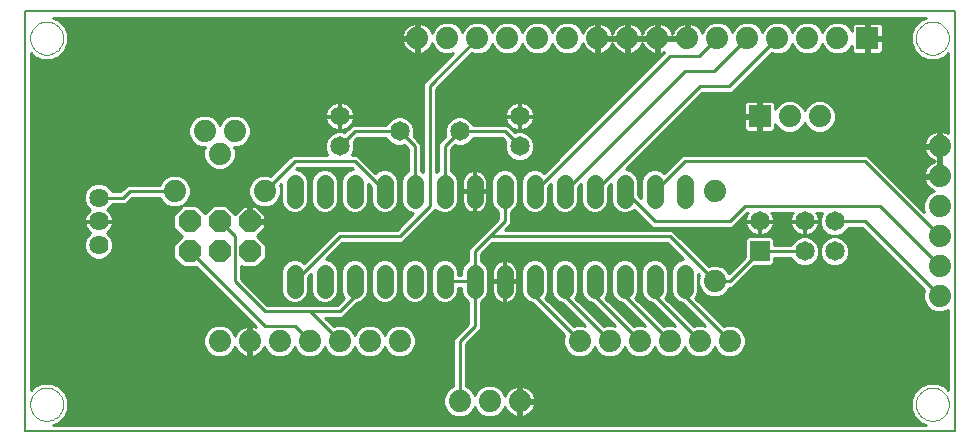
<source format=gtl>
G75*
G70*
%OFA0B0*%
%FSLAX24Y24*%
%IPPOS*%
%LPD*%
%AMOC8*
5,1,8,0,0,1.08239X$1,22.5*
%
%ADD10C,0.0080*%
%ADD11C,0.0560*%
%ADD12C,0.0640*%
%ADD13C,0.0740*%
%ADD14OC8,0.0740*%
%ADD15C,0.0650*%
%ADD16R,0.0650X0.0650*%
%ADD17R,0.0740X0.0740*%
%ADD18C,0.0000*%
%ADD19C,0.0100*%
D10*
X000403Y004505D02*
X031403Y004505D01*
X031403Y018505D01*
X000403Y018505D01*
X000403Y004505D01*
D11*
X009403Y009225D02*
X009403Y009785D01*
X010403Y009785D02*
X010403Y009225D01*
X011403Y009225D02*
X011403Y009785D01*
X012403Y009785D02*
X012403Y009225D01*
X013403Y009225D02*
X013403Y009785D01*
X014403Y009785D02*
X014403Y009225D01*
X015403Y009225D02*
X015403Y009785D01*
X016403Y009785D02*
X016403Y009225D01*
X017403Y009225D02*
X017403Y009785D01*
X018403Y009785D02*
X018403Y009225D01*
X019403Y009225D02*
X019403Y009785D01*
X020403Y009785D02*
X020403Y009225D01*
X021403Y009225D02*
X021403Y009785D01*
X022403Y009785D02*
X022403Y009225D01*
X022403Y012225D02*
X022403Y012785D01*
X021403Y012785D02*
X021403Y012225D01*
X020403Y012225D02*
X020403Y012785D01*
X019403Y012785D02*
X019403Y012225D01*
X018403Y012225D02*
X018403Y012785D01*
X017403Y012785D02*
X017403Y012225D01*
X016403Y012225D02*
X016403Y012785D01*
X015403Y012785D02*
X015403Y012225D01*
X014403Y012225D02*
X014403Y012785D01*
X013403Y012785D02*
X013403Y012225D01*
X012403Y012225D02*
X012403Y012785D01*
X011403Y012785D02*
X011403Y012225D01*
X010403Y012225D02*
X010403Y012785D01*
X009403Y012785D02*
X009403Y012225D01*
D12*
X002872Y012293D03*
X002872Y011505D03*
X002872Y010718D03*
D13*
X005403Y012505D03*
X006903Y013755D03*
X006403Y014505D03*
X007403Y014505D03*
X008403Y012505D03*
X007903Y007505D03*
X006903Y007505D03*
X008903Y007505D03*
X009903Y007505D03*
X010903Y007505D03*
X011903Y007505D03*
X012903Y007505D03*
X014903Y005505D03*
X015903Y005505D03*
X016903Y005505D03*
X018903Y007505D03*
X019903Y007505D03*
X020903Y007505D03*
X021903Y007505D03*
X022903Y007505D03*
X023903Y007505D03*
X023403Y009505D03*
X023403Y012505D03*
X025903Y014999D03*
X026903Y014999D03*
X030903Y014005D03*
X030903Y013005D03*
X030903Y012005D03*
X030903Y011005D03*
X030903Y010005D03*
X030903Y009005D03*
X027502Y017608D03*
X026502Y017608D03*
X025502Y017608D03*
X024502Y017608D03*
X023502Y017608D03*
X022502Y017608D03*
X021502Y017608D03*
X020502Y017608D03*
X019502Y017608D03*
X018502Y017608D03*
X017502Y017608D03*
X016502Y017608D03*
X015502Y017608D03*
X014502Y017608D03*
X013502Y017608D03*
D14*
X007903Y011505D03*
X006903Y011505D03*
X005903Y011505D03*
X005903Y010505D03*
X006903Y010505D03*
X007903Y010505D03*
D15*
X010903Y014005D03*
X012903Y014505D03*
X010903Y015005D03*
X014903Y014505D03*
X016903Y014005D03*
X016903Y015005D03*
X024903Y011505D03*
X026403Y011505D03*
X027403Y011505D03*
X027403Y010505D03*
X026403Y010505D03*
D16*
X024903Y010505D03*
D17*
X024903Y014999D03*
X028502Y017608D03*
D18*
X030116Y017608D02*
X030118Y017655D01*
X030124Y017701D01*
X030134Y017747D01*
X030147Y017792D01*
X030165Y017835D01*
X030186Y017877D01*
X030210Y017917D01*
X030238Y017954D01*
X030269Y017989D01*
X030303Y018022D01*
X030339Y018051D01*
X030378Y018077D01*
X030419Y018100D01*
X030462Y018119D01*
X030506Y018135D01*
X030551Y018147D01*
X030597Y018155D01*
X030644Y018159D01*
X030690Y018159D01*
X030737Y018155D01*
X030783Y018147D01*
X030828Y018135D01*
X030872Y018119D01*
X030915Y018100D01*
X030956Y018077D01*
X030995Y018051D01*
X031031Y018022D01*
X031065Y017989D01*
X031096Y017954D01*
X031124Y017917D01*
X031148Y017877D01*
X031169Y017835D01*
X031187Y017792D01*
X031200Y017747D01*
X031210Y017701D01*
X031216Y017655D01*
X031218Y017608D01*
X031216Y017561D01*
X031210Y017515D01*
X031200Y017469D01*
X031187Y017424D01*
X031169Y017381D01*
X031148Y017339D01*
X031124Y017299D01*
X031096Y017262D01*
X031065Y017227D01*
X031031Y017194D01*
X030995Y017165D01*
X030956Y017139D01*
X030915Y017116D01*
X030872Y017097D01*
X030828Y017081D01*
X030783Y017069D01*
X030737Y017061D01*
X030690Y017057D01*
X030644Y017057D01*
X030597Y017061D01*
X030551Y017069D01*
X030506Y017081D01*
X030462Y017097D01*
X030419Y017116D01*
X030378Y017139D01*
X030339Y017165D01*
X030303Y017194D01*
X030269Y017227D01*
X030238Y017262D01*
X030210Y017299D01*
X030186Y017339D01*
X030165Y017381D01*
X030147Y017424D01*
X030134Y017469D01*
X030124Y017515D01*
X030118Y017561D01*
X030116Y017608D01*
X030116Y005403D02*
X030118Y005450D01*
X030124Y005496D01*
X030134Y005542D01*
X030147Y005587D01*
X030165Y005630D01*
X030186Y005672D01*
X030210Y005712D01*
X030238Y005749D01*
X030269Y005784D01*
X030303Y005817D01*
X030339Y005846D01*
X030378Y005872D01*
X030419Y005895D01*
X030462Y005914D01*
X030506Y005930D01*
X030551Y005942D01*
X030597Y005950D01*
X030644Y005954D01*
X030690Y005954D01*
X030737Y005950D01*
X030783Y005942D01*
X030828Y005930D01*
X030872Y005914D01*
X030915Y005895D01*
X030956Y005872D01*
X030995Y005846D01*
X031031Y005817D01*
X031065Y005784D01*
X031096Y005749D01*
X031124Y005712D01*
X031148Y005672D01*
X031169Y005630D01*
X031187Y005587D01*
X031200Y005542D01*
X031210Y005496D01*
X031216Y005450D01*
X031218Y005403D01*
X031216Y005356D01*
X031210Y005310D01*
X031200Y005264D01*
X031187Y005219D01*
X031169Y005176D01*
X031148Y005134D01*
X031124Y005094D01*
X031096Y005057D01*
X031065Y005022D01*
X031031Y004989D01*
X030995Y004960D01*
X030956Y004934D01*
X030915Y004911D01*
X030872Y004892D01*
X030828Y004876D01*
X030783Y004864D01*
X030737Y004856D01*
X030690Y004852D01*
X030644Y004852D01*
X030597Y004856D01*
X030551Y004864D01*
X030506Y004876D01*
X030462Y004892D01*
X030419Y004911D01*
X030378Y004934D01*
X030339Y004960D01*
X030303Y004989D01*
X030269Y005022D01*
X030238Y005057D01*
X030210Y005094D01*
X030186Y005134D01*
X030165Y005176D01*
X030147Y005219D01*
X030134Y005264D01*
X030124Y005310D01*
X030118Y005356D01*
X030116Y005403D01*
X000588Y005403D02*
X000590Y005450D01*
X000596Y005496D01*
X000606Y005542D01*
X000619Y005587D01*
X000637Y005630D01*
X000658Y005672D01*
X000682Y005712D01*
X000710Y005749D01*
X000741Y005784D01*
X000775Y005817D01*
X000811Y005846D01*
X000850Y005872D01*
X000891Y005895D01*
X000934Y005914D01*
X000978Y005930D01*
X001023Y005942D01*
X001069Y005950D01*
X001116Y005954D01*
X001162Y005954D01*
X001209Y005950D01*
X001255Y005942D01*
X001300Y005930D01*
X001344Y005914D01*
X001387Y005895D01*
X001428Y005872D01*
X001467Y005846D01*
X001503Y005817D01*
X001537Y005784D01*
X001568Y005749D01*
X001596Y005712D01*
X001620Y005672D01*
X001641Y005630D01*
X001659Y005587D01*
X001672Y005542D01*
X001682Y005496D01*
X001688Y005450D01*
X001690Y005403D01*
X001688Y005356D01*
X001682Y005310D01*
X001672Y005264D01*
X001659Y005219D01*
X001641Y005176D01*
X001620Y005134D01*
X001596Y005094D01*
X001568Y005057D01*
X001537Y005022D01*
X001503Y004989D01*
X001467Y004960D01*
X001428Y004934D01*
X001387Y004911D01*
X001344Y004892D01*
X001300Y004876D01*
X001255Y004864D01*
X001209Y004856D01*
X001162Y004852D01*
X001116Y004852D01*
X001069Y004856D01*
X001023Y004864D01*
X000978Y004876D01*
X000934Y004892D01*
X000891Y004911D01*
X000850Y004934D01*
X000811Y004960D01*
X000775Y004989D01*
X000741Y005022D01*
X000710Y005057D01*
X000682Y005094D01*
X000658Y005134D01*
X000637Y005176D01*
X000619Y005219D01*
X000606Y005264D01*
X000596Y005310D01*
X000590Y005356D01*
X000588Y005403D01*
X000588Y017608D02*
X000590Y017655D01*
X000596Y017701D01*
X000606Y017747D01*
X000619Y017792D01*
X000637Y017835D01*
X000658Y017877D01*
X000682Y017917D01*
X000710Y017954D01*
X000741Y017989D01*
X000775Y018022D01*
X000811Y018051D01*
X000850Y018077D01*
X000891Y018100D01*
X000934Y018119D01*
X000978Y018135D01*
X001023Y018147D01*
X001069Y018155D01*
X001116Y018159D01*
X001162Y018159D01*
X001209Y018155D01*
X001255Y018147D01*
X001300Y018135D01*
X001344Y018119D01*
X001387Y018100D01*
X001428Y018077D01*
X001467Y018051D01*
X001503Y018022D01*
X001537Y017989D01*
X001568Y017954D01*
X001596Y017917D01*
X001620Y017877D01*
X001641Y017835D01*
X001659Y017792D01*
X001672Y017747D01*
X001682Y017701D01*
X001688Y017655D01*
X001690Y017608D01*
X001688Y017561D01*
X001682Y017515D01*
X001672Y017469D01*
X001659Y017424D01*
X001641Y017381D01*
X001620Y017339D01*
X001596Y017299D01*
X001568Y017262D01*
X001537Y017227D01*
X001503Y017194D01*
X001467Y017165D01*
X001428Y017139D01*
X001387Y017116D01*
X001344Y017097D01*
X001300Y017081D01*
X001255Y017069D01*
X001209Y017061D01*
X001162Y017057D01*
X001116Y017057D01*
X001069Y017061D01*
X001023Y017069D01*
X000978Y017081D01*
X000934Y017097D01*
X000891Y017116D01*
X000850Y017139D01*
X000811Y017165D01*
X000775Y017194D01*
X000741Y017227D01*
X000710Y017262D01*
X000682Y017299D01*
X000658Y017339D01*
X000637Y017381D01*
X000619Y017424D01*
X000606Y017469D01*
X000596Y017515D01*
X000590Y017561D01*
X000588Y017608D01*
D19*
X000613Y017114D02*
X000731Y016996D01*
X000996Y016886D01*
X001283Y016886D01*
X001548Y016996D01*
X001751Y017199D01*
X001861Y017464D01*
X001861Y017751D01*
X001751Y018016D01*
X001548Y018219D01*
X001364Y018295D01*
X030443Y018295D01*
X030258Y018219D01*
X030056Y018016D01*
X029946Y017751D01*
X029946Y017464D01*
X030056Y017199D01*
X030258Y016996D01*
X030523Y016886D01*
X030810Y016886D01*
X031075Y016996D01*
X031193Y017114D01*
X031193Y014448D01*
X031007Y014525D01*
X030953Y014525D01*
X030953Y014055D01*
X030853Y014055D01*
X030853Y013955D01*
X030953Y013955D01*
X030953Y013485D01*
X030953Y013055D01*
X030853Y013055D01*
X030853Y012955D01*
X030383Y012955D01*
X030383Y012902D01*
X030462Y012711D01*
X030609Y012564D01*
X030725Y012516D01*
X030597Y012463D01*
X030445Y012311D01*
X030363Y012113D01*
X030363Y011898D01*
X030393Y011827D01*
X028494Y013725D01*
X028312Y013725D01*
X022312Y013725D01*
X022183Y013596D01*
X021706Y013119D01*
X021658Y013167D01*
X021493Y013235D01*
X021314Y013235D01*
X021148Y013167D01*
X021022Y013040D01*
X020953Y012875D01*
X020953Y012266D01*
X020853Y012366D01*
X020853Y012875D01*
X020785Y013040D01*
X020658Y013167D01*
X020493Y013235D01*
X020444Y013235D01*
X022994Y015785D01*
X023808Y015785D01*
X023990Y015785D01*
X025308Y017103D01*
X025394Y017068D01*
X025609Y017068D01*
X025807Y017150D01*
X025959Y017302D01*
X026002Y017404D01*
X026044Y017302D01*
X026196Y017150D01*
X026394Y017068D01*
X026609Y017068D01*
X026807Y017150D01*
X026959Y017302D01*
X027002Y017404D01*
X027044Y017302D01*
X027196Y017150D01*
X027394Y017068D01*
X027609Y017068D01*
X027807Y017150D01*
X027959Y017302D01*
X027982Y017355D01*
X027982Y017175D01*
X028069Y017088D01*
X028452Y017088D01*
X028452Y017557D01*
X028551Y017557D01*
X028551Y017088D01*
X028934Y017088D01*
X029022Y017175D01*
X029022Y017558D01*
X028552Y017558D01*
X028552Y017657D01*
X029022Y017657D01*
X029022Y018040D01*
X028934Y018128D01*
X028551Y018128D01*
X028551Y017658D01*
X028452Y017658D01*
X028452Y018128D01*
X028069Y018128D01*
X027982Y018040D01*
X027982Y017860D01*
X027959Y017913D01*
X027807Y018065D01*
X027609Y018148D01*
X027394Y018148D01*
X027196Y018065D01*
X027044Y017913D01*
X027002Y017811D01*
X026959Y017913D01*
X026807Y018065D01*
X026609Y018148D01*
X026394Y018148D01*
X026196Y018065D01*
X026044Y017913D01*
X026002Y017811D01*
X025959Y017913D01*
X025807Y018065D01*
X025609Y018148D01*
X025394Y018148D01*
X025196Y018065D01*
X025044Y017913D01*
X025002Y017811D01*
X024959Y017913D01*
X024807Y018065D01*
X024609Y018148D01*
X024394Y018148D01*
X024196Y018065D01*
X024044Y017913D01*
X024002Y017811D01*
X023959Y017913D01*
X023807Y018065D01*
X023609Y018148D01*
X023394Y018148D01*
X023196Y018065D01*
X023044Y017913D01*
X022991Y017785D01*
X022942Y017902D01*
X022796Y018048D01*
X022605Y018128D01*
X022551Y018128D01*
X022551Y017658D01*
X022452Y017658D01*
X022452Y018128D01*
X022398Y018128D01*
X022207Y018048D01*
X022061Y017902D01*
X022002Y017759D01*
X021942Y017902D01*
X021796Y018048D01*
X021605Y018128D01*
X021551Y018128D01*
X021551Y017658D01*
X021452Y017658D01*
X021452Y018128D01*
X021398Y018128D01*
X021207Y018048D01*
X021061Y017902D01*
X021002Y017759D01*
X020942Y017902D01*
X020796Y018048D01*
X020605Y018128D01*
X020551Y018128D01*
X020551Y017658D01*
X020452Y017658D01*
X020452Y018128D01*
X020398Y018128D01*
X020207Y018048D01*
X020061Y017902D01*
X020002Y017759D01*
X019942Y017902D01*
X019796Y018048D01*
X019605Y018128D01*
X019551Y018128D01*
X019551Y017658D01*
X019452Y017658D01*
X019452Y018128D01*
X019398Y018128D01*
X019207Y018048D01*
X019061Y017902D01*
X019012Y017785D01*
X018959Y017913D01*
X018807Y018065D01*
X018609Y018148D01*
X018394Y018148D01*
X018196Y018065D01*
X018044Y017913D01*
X018002Y017811D01*
X017959Y017913D01*
X017807Y018065D01*
X017609Y018148D01*
X017394Y018148D01*
X017196Y018065D01*
X017044Y017913D01*
X017002Y017811D01*
X016959Y017913D01*
X016807Y018065D01*
X016609Y018148D01*
X016394Y018148D01*
X016196Y018065D01*
X016044Y017913D01*
X016002Y017811D01*
X015959Y017913D01*
X015807Y018065D01*
X015609Y018148D01*
X015394Y018148D01*
X015196Y018065D01*
X015044Y017913D01*
X015002Y017811D01*
X014959Y017913D01*
X014807Y018065D01*
X014609Y018148D01*
X014394Y018148D01*
X014196Y018065D01*
X014044Y017913D01*
X013991Y017785D01*
X013942Y017902D01*
X013796Y018048D01*
X013605Y018128D01*
X013551Y018128D01*
X013551Y017658D01*
X013452Y017658D01*
X013452Y018128D01*
X013398Y018128D01*
X013207Y018048D01*
X013061Y017902D01*
X012982Y017711D01*
X012982Y017657D01*
X013451Y017657D01*
X013451Y017558D01*
X012982Y017558D01*
X012982Y017504D01*
X013061Y017313D01*
X013207Y017167D01*
X013398Y017088D01*
X013452Y017088D01*
X013452Y017557D01*
X013551Y017557D01*
X013551Y017088D01*
X013605Y017088D01*
X013796Y017167D01*
X013942Y017313D01*
X013991Y017430D01*
X014044Y017302D01*
X014196Y017150D01*
X014394Y017068D01*
X014609Y017068D01*
X014680Y017097D01*
X013683Y016100D01*
X013683Y015918D01*
X013683Y013141D01*
X013658Y013167D01*
X013623Y013181D01*
X013623Y014096D01*
X013494Y014225D01*
X013373Y014346D01*
X013398Y014407D01*
X013398Y014604D01*
X013323Y014786D01*
X013184Y014925D01*
X013002Y015000D01*
X012805Y015000D01*
X012623Y014925D01*
X012484Y014786D01*
X012459Y014725D01*
X011312Y014725D01*
X011183Y014596D01*
X011062Y014475D01*
X011002Y014500D01*
X010805Y014500D01*
X010623Y014425D01*
X010484Y014286D01*
X010408Y014104D01*
X010408Y013907D01*
X010483Y013725D01*
X009494Y013725D01*
X009312Y013725D01*
X008596Y013010D01*
X008511Y013045D01*
X008296Y013045D01*
X008097Y012963D01*
X007945Y012811D01*
X007863Y012613D01*
X007863Y012398D01*
X007945Y012199D01*
X008097Y012047D01*
X008296Y011965D01*
X008511Y011965D01*
X008709Y012047D01*
X008861Y012199D01*
X008943Y012398D01*
X008943Y012613D01*
X008908Y012699D01*
X008953Y012744D01*
X008953Y012136D01*
X009022Y011970D01*
X009148Y011844D01*
X009314Y011775D01*
X009493Y011775D01*
X009658Y011844D01*
X009785Y011970D01*
X009853Y012136D01*
X009853Y012875D01*
X009785Y013040D01*
X009658Y013167D01*
X009493Y013235D01*
X009444Y013235D01*
X009494Y013285D01*
X011312Y013285D01*
X011362Y013235D01*
X011314Y013235D01*
X011148Y013167D01*
X011022Y013040D01*
X010953Y012875D01*
X010953Y012136D01*
X011022Y011970D01*
X011148Y011844D01*
X011314Y011775D01*
X011493Y011775D01*
X011658Y011844D01*
X011785Y011970D01*
X011853Y012136D01*
X011853Y012744D01*
X011953Y012644D01*
X011953Y012136D01*
X012022Y011970D01*
X012148Y011844D01*
X012314Y011775D01*
X012493Y011775D01*
X012658Y011844D01*
X012785Y011970D01*
X012853Y012136D01*
X012853Y012875D01*
X012785Y013040D01*
X012658Y013167D01*
X012493Y013235D01*
X012314Y013235D01*
X012148Y013167D01*
X012100Y013119D01*
X011494Y013725D01*
X011323Y013725D01*
X011398Y013907D01*
X011398Y014104D01*
X011373Y014164D01*
X011494Y014285D01*
X012459Y014285D01*
X012484Y014225D01*
X012623Y014086D01*
X012805Y014010D01*
X013002Y014010D01*
X013062Y014035D01*
X013183Y013914D01*
X013183Y013181D01*
X013148Y013167D01*
X013022Y013040D01*
X012953Y012875D01*
X012953Y012136D01*
X013022Y011970D01*
X013148Y011844D01*
X013314Y011775D01*
X013362Y011775D01*
X012812Y011225D01*
X010812Y011225D01*
X010683Y011096D01*
X009706Y010119D01*
X009658Y010167D01*
X009493Y010235D01*
X009314Y010235D01*
X009148Y010167D01*
X009022Y010040D01*
X008953Y009875D01*
X008953Y009136D01*
X009022Y008970D01*
X009148Y008844D01*
X009314Y008775D01*
X009493Y008775D01*
X009658Y008844D01*
X009785Y008970D01*
X009853Y009136D01*
X009853Y009644D01*
X009953Y009744D01*
X009953Y009136D01*
X010022Y008970D01*
X010148Y008844D01*
X010314Y008775D01*
X010493Y008775D01*
X010658Y008844D01*
X010785Y008970D01*
X010853Y009136D01*
X010853Y009875D01*
X010785Y010040D01*
X010658Y010167D01*
X010493Y010235D01*
X010444Y010235D01*
X010994Y010785D01*
X012812Y010785D01*
X012994Y010785D01*
X013994Y011785D01*
X014101Y011891D01*
X014148Y011844D01*
X014314Y011775D01*
X014493Y011775D01*
X014658Y011844D01*
X014785Y011970D01*
X014853Y012136D01*
X014853Y012875D01*
X014785Y013040D01*
X014658Y013167D01*
X014623Y013181D01*
X014623Y013914D01*
X014744Y014035D01*
X014805Y014010D01*
X015002Y014010D01*
X015184Y014086D01*
X015323Y014225D01*
X015348Y014285D01*
X016312Y014285D01*
X016433Y014164D01*
X016408Y014104D01*
X016408Y013907D01*
X016484Y013725D01*
X016623Y013586D01*
X016805Y013510D01*
X017002Y013510D01*
X017184Y013586D01*
X017323Y013725D01*
X017398Y013907D01*
X017398Y014104D01*
X017323Y014286D01*
X017184Y014425D01*
X017002Y014500D01*
X016805Y014500D01*
X016744Y014475D01*
X016494Y014725D01*
X016312Y014725D01*
X015348Y014725D01*
X015323Y014786D01*
X015184Y014925D01*
X015002Y015000D01*
X014805Y015000D01*
X014623Y014925D01*
X014484Y014786D01*
X014408Y014604D01*
X014408Y014407D01*
X014433Y014346D01*
X014183Y014096D01*
X014183Y013914D01*
X014183Y013181D01*
X014148Y013167D01*
X014123Y013141D01*
X014123Y015918D01*
X015308Y017103D01*
X015394Y017068D01*
X015609Y017068D01*
X015807Y017150D01*
X015959Y017302D01*
X016002Y017404D01*
X016044Y017302D01*
X016196Y017150D01*
X016394Y017068D01*
X016609Y017068D01*
X016807Y017150D01*
X016959Y017302D01*
X017002Y017404D01*
X017044Y017302D01*
X017196Y017150D01*
X017394Y017068D01*
X017609Y017068D01*
X017807Y017150D01*
X017959Y017302D01*
X018002Y017404D01*
X018044Y017302D01*
X018196Y017150D01*
X018394Y017068D01*
X018609Y017068D01*
X018807Y017150D01*
X018959Y017302D01*
X019012Y017430D01*
X019061Y017313D01*
X019207Y017167D01*
X019398Y017088D01*
X019452Y017088D01*
X019452Y017557D01*
X019551Y017557D01*
X019551Y017088D01*
X019605Y017088D01*
X019796Y017167D01*
X019942Y017313D01*
X020002Y017456D01*
X020061Y017313D01*
X020207Y017167D01*
X020398Y017088D01*
X020452Y017088D01*
X020452Y017557D01*
X020551Y017557D01*
X020551Y017088D01*
X020605Y017088D01*
X020796Y017167D01*
X020942Y017313D01*
X021002Y017456D01*
X021061Y017313D01*
X021207Y017167D01*
X021398Y017088D01*
X021452Y017088D01*
X021452Y017557D01*
X021551Y017557D01*
X021551Y017088D01*
X021605Y017088D01*
X021724Y017137D01*
X017706Y013119D01*
X017658Y013167D01*
X017493Y013235D01*
X017314Y013235D01*
X017148Y013167D01*
X017022Y013040D01*
X016953Y012875D01*
X016953Y012136D01*
X017022Y011970D01*
X017148Y011844D01*
X017314Y011775D01*
X017493Y011775D01*
X017658Y011844D01*
X017785Y011970D01*
X017853Y012136D01*
X017853Y012644D01*
X017953Y012744D01*
X017953Y012136D01*
X018022Y011970D01*
X018148Y011844D01*
X018314Y011775D01*
X018493Y011775D01*
X018658Y011844D01*
X018785Y011970D01*
X018853Y012136D01*
X018853Y012644D01*
X018953Y012744D01*
X018953Y012136D01*
X019022Y011970D01*
X019148Y011844D01*
X019314Y011775D01*
X019493Y011775D01*
X019658Y011844D01*
X019785Y011970D01*
X019853Y012136D01*
X019853Y012644D01*
X019953Y012744D01*
X019953Y012136D01*
X020022Y011970D01*
X020148Y011844D01*
X020314Y011775D01*
X020493Y011775D01*
X020658Y011844D01*
X020706Y011891D01*
X021183Y011414D01*
X021312Y011285D01*
X023812Y011285D01*
X023994Y011285D01*
X024494Y011785D01*
X024511Y011785D01*
X024500Y011774D01*
X024428Y011600D01*
X024428Y011524D01*
X024884Y011524D01*
X024884Y011486D01*
X024922Y011486D01*
X024922Y011030D01*
X024998Y011030D01*
X025172Y011103D01*
X025306Y011236D01*
X025378Y011411D01*
X025378Y011486D01*
X024922Y011486D01*
X024922Y011524D01*
X025378Y011524D01*
X025378Y011600D01*
X025928Y011600D01*
X025928Y011524D01*
X026384Y011524D01*
X026384Y011486D01*
X026422Y011486D01*
X026422Y011030D01*
X026498Y011030D01*
X026672Y011103D01*
X026806Y011236D01*
X026878Y011411D01*
X026878Y011486D01*
X026422Y011486D01*
X026422Y011524D01*
X026878Y011524D01*
X026878Y011600D01*
X026908Y011600D01*
X026908Y011604D02*
X026908Y011407D01*
X026984Y011225D01*
X027123Y011086D01*
X027305Y011010D01*
X027502Y011010D01*
X027684Y011086D01*
X027823Y011225D01*
X027848Y011285D01*
X028312Y011285D01*
X030399Y009199D01*
X030363Y009113D01*
X030363Y008898D01*
X030445Y008699D01*
X030597Y008547D01*
X030796Y008465D01*
X031011Y008465D01*
X031193Y008541D01*
X031193Y005896D01*
X031075Y006014D01*
X030810Y006124D01*
X030523Y006124D01*
X030258Y006014D01*
X030056Y005811D01*
X029946Y005546D01*
X029946Y005259D01*
X030056Y004994D01*
X030258Y004791D01*
X030443Y004715D01*
X001364Y004715D01*
X001548Y004791D01*
X001751Y004994D01*
X001861Y005259D01*
X001861Y005546D01*
X001751Y005811D01*
X001548Y006014D01*
X001283Y006124D01*
X000996Y006124D01*
X000731Y006014D01*
X000613Y005896D01*
X000613Y017114D01*
X000613Y017020D02*
X000707Y017020D01*
X000613Y016922D02*
X000911Y016922D01*
X000613Y016823D02*
X014406Y016823D01*
X014307Y016725D02*
X000613Y016725D01*
X000613Y016626D02*
X014209Y016626D01*
X014110Y016527D02*
X000613Y016527D01*
X000613Y016429D02*
X014012Y016429D01*
X013913Y016330D02*
X000613Y016330D01*
X000613Y016232D02*
X013815Y016232D01*
X013716Y016133D02*
X000613Y016133D01*
X000613Y016035D02*
X013683Y016035D01*
X013683Y015936D02*
X000613Y015936D01*
X000613Y015838D02*
X013683Y015838D01*
X013683Y015739D02*
X000613Y015739D01*
X000613Y015641D02*
X013683Y015641D01*
X013683Y015542D02*
X000613Y015542D01*
X000613Y015444D02*
X010720Y015444D01*
X010634Y015408D02*
X010500Y015274D01*
X010428Y015100D01*
X010428Y015024D01*
X010884Y015024D01*
X010884Y014986D01*
X010922Y014986D01*
X010922Y014530D01*
X010998Y014530D01*
X011172Y014603D01*
X011306Y014736D01*
X011378Y014911D01*
X011378Y014986D01*
X010922Y014986D01*
X010922Y015024D01*
X011378Y015024D01*
X011378Y015100D01*
X011306Y015274D01*
X011172Y015408D01*
X010998Y015480D01*
X010922Y015480D01*
X010922Y015024D01*
X010884Y015024D01*
X010884Y015480D01*
X010809Y015480D01*
X010634Y015408D01*
X010571Y015345D02*
X000613Y015345D01*
X000613Y015246D02*
X010489Y015246D01*
X010448Y015148D02*
X000613Y015148D01*
X000613Y015049D02*
X010428Y015049D01*
X010428Y014986D02*
X010428Y014911D01*
X010500Y014736D01*
X010634Y014603D01*
X010809Y014530D01*
X010884Y014530D01*
X010884Y014986D01*
X010428Y014986D01*
X010428Y014951D02*
X007721Y014951D01*
X007709Y014963D02*
X007511Y015045D01*
X007296Y015045D01*
X007097Y014963D01*
X006945Y014811D01*
X006903Y014709D01*
X006861Y014811D01*
X006709Y014963D01*
X006511Y015045D01*
X006296Y015045D01*
X006097Y014963D01*
X005945Y014811D01*
X005863Y014613D01*
X005863Y014398D01*
X005945Y014199D01*
X006097Y014047D01*
X006296Y013965D01*
X006406Y013965D01*
X006363Y013863D01*
X006363Y013648D01*
X006445Y013449D01*
X006597Y013297D01*
X006796Y013215D01*
X007011Y013215D01*
X007209Y013297D01*
X007361Y013449D01*
X007443Y013648D01*
X007443Y013863D01*
X007401Y013965D01*
X007511Y013965D01*
X010408Y013965D01*
X010408Y014064D02*
X007726Y014064D01*
X007709Y014047D02*
X007861Y014199D01*
X007943Y014398D01*
X007943Y014613D01*
X007861Y014811D01*
X007709Y014963D01*
X007820Y014852D02*
X010452Y014852D01*
X010493Y014754D02*
X007885Y014754D01*
X007926Y014655D02*
X010581Y014655D01*
X010745Y014557D02*
X007943Y014557D01*
X007943Y014458D02*
X010703Y014458D01*
X010557Y014360D02*
X007927Y014360D01*
X007886Y014261D02*
X010473Y014261D01*
X010433Y014162D02*
X007824Y014162D01*
X007709Y014047D02*
X007511Y013965D01*
X007441Y013867D02*
X010425Y013867D01*
X010466Y013768D02*
X007443Y013768D01*
X007443Y013670D02*
X009257Y013670D01*
X009158Y013571D02*
X007411Y013571D01*
X007371Y013473D02*
X009060Y013473D01*
X008961Y013374D02*
X007286Y013374D01*
X007156Y013276D02*
X008862Y013276D01*
X008764Y013177D02*
X000613Y013177D01*
X000613Y013276D02*
X006650Y013276D01*
X006521Y013374D02*
X000613Y013374D01*
X000613Y013473D02*
X006436Y013473D01*
X006395Y013571D02*
X000613Y013571D01*
X000613Y013670D02*
X006363Y013670D01*
X006363Y013768D02*
X000613Y013768D01*
X000613Y013867D02*
X006365Y013867D01*
X006295Y013965D02*
X000613Y013965D01*
X000613Y014064D02*
X006081Y014064D01*
X005982Y014162D02*
X000613Y014162D01*
X000613Y014261D02*
X005920Y014261D01*
X005879Y014360D02*
X000613Y014360D01*
X000613Y014458D02*
X005863Y014458D01*
X005863Y014557D02*
X000613Y014557D01*
X000613Y014655D02*
X005881Y014655D01*
X005922Y014754D02*
X000613Y014754D01*
X000613Y014852D02*
X005987Y014852D01*
X006085Y014951D02*
X000613Y014951D01*
X000613Y013078D02*
X008665Y013078D01*
X008913Y012684D02*
X008953Y012684D01*
X008943Y012586D02*
X008953Y012586D01*
X008943Y012487D02*
X008953Y012487D01*
X008939Y012389D02*
X008953Y012389D01*
X008953Y012290D02*
X008899Y012290D01*
X008853Y012192D02*
X008953Y012192D01*
X008971Y012093D02*
X008755Y012093D01*
X008581Y011994D02*
X009012Y011994D01*
X009096Y011896D02*
X008248Y011896D01*
X008225Y011994D02*
X008149Y011994D01*
X008119Y012025D02*
X007953Y012025D01*
X007953Y011555D01*
X008423Y011555D01*
X008423Y011721D01*
X008119Y012025D01*
X008052Y012093D02*
X005755Y012093D01*
X005709Y012047D02*
X005861Y012199D01*
X005943Y012398D01*
X005943Y012613D01*
X005861Y012811D01*
X005709Y012963D01*
X005511Y013045D01*
X005296Y013045D01*
X005097Y012963D01*
X004945Y012811D01*
X004910Y012725D01*
X003812Y012725D01*
X003683Y012596D01*
X003599Y012513D01*
X003311Y012513D01*
X003287Y012570D01*
X003149Y012708D01*
X002969Y012783D01*
X002774Y012783D01*
X002594Y012708D01*
X002456Y012570D01*
X002382Y012390D01*
X002382Y012195D01*
X002456Y012015D01*
X002587Y011885D01*
X002473Y011771D01*
X002402Y011599D01*
X002402Y011524D01*
X002852Y011524D01*
X002852Y011486D01*
X002402Y011486D01*
X002402Y011412D01*
X002473Y011239D01*
X002587Y011126D01*
X002456Y010995D01*
X002382Y010815D01*
X002382Y010620D01*
X002456Y010440D01*
X002594Y010302D01*
X002774Y010228D01*
X002969Y010228D01*
X003149Y010302D01*
X003287Y010440D01*
X003362Y010620D01*
X003362Y010815D01*
X003287Y010995D01*
X003157Y011126D01*
X003270Y011239D01*
X003342Y011412D01*
X003342Y011486D01*
X002891Y011486D01*
X002891Y011524D01*
X003342Y011524D01*
X003342Y011599D01*
X003270Y011771D01*
X003157Y011885D01*
X003287Y012015D01*
X003311Y012073D01*
X003599Y012073D01*
X003782Y012073D01*
X003994Y012285D01*
X004910Y012285D01*
X004945Y012199D01*
X005097Y012047D01*
X005296Y011965D01*
X005511Y011965D01*
X005663Y012028D01*
X005363Y011729D01*
X005363Y011282D01*
X005640Y011005D01*
X005363Y010729D01*
X005363Y010282D01*
X005679Y009965D01*
X006127Y009965D01*
X006129Y009968D01*
X008118Y007979D01*
X008007Y008025D01*
X007953Y008025D01*
X007953Y007555D01*
X007853Y007555D01*
X007853Y008025D01*
X007800Y008025D01*
X007609Y007946D01*
X007462Y007800D01*
X007414Y007683D01*
X007361Y007811D01*
X007209Y007963D01*
X007011Y008045D01*
X006796Y008045D01*
X006597Y007963D01*
X006445Y007811D01*
X006363Y007613D01*
X006363Y007398D01*
X006445Y007199D01*
X006597Y007047D01*
X006796Y006965D01*
X007011Y006965D01*
X007209Y007047D01*
X007361Y007199D01*
X007414Y007327D01*
X007462Y007211D01*
X007609Y007064D01*
X007800Y006985D01*
X007853Y006985D01*
X007853Y007455D01*
X007953Y007455D01*
X007953Y006985D01*
X008007Y006985D01*
X008198Y007064D01*
X008344Y007211D01*
X008392Y007327D01*
X008445Y007199D01*
X008597Y007047D01*
X008796Y006965D01*
X009011Y006965D01*
X009209Y007047D01*
X009361Y007199D01*
X009403Y007301D01*
X009445Y007199D01*
X009597Y007047D01*
X009796Y006965D01*
X010011Y006965D01*
X010209Y007047D01*
X010361Y007199D01*
X010403Y007301D01*
X010445Y007199D01*
X010597Y007047D01*
X010796Y006965D01*
X011011Y006965D01*
X011209Y007047D01*
X011361Y007199D01*
X011403Y007301D01*
X011445Y007199D01*
X011597Y007047D01*
X011796Y006965D01*
X012011Y006965D01*
X012209Y007047D01*
X012361Y007199D01*
X012403Y007301D01*
X012445Y007199D01*
X012597Y007047D01*
X012796Y006965D01*
X013011Y006965D01*
X013209Y007047D01*
X013361Y007199D01*
X013443Y007398D01*
X013443Y007613D01*
X013361Y007811D01*
X013209Y007963D01*
X013011Y008045D01*
X012796Y008045D01*
X012597Y007963D01*
X012445Y007811D01*
X012403Y007709D01*
X012361Y007811D01*
X012209Y007963D01*
X012011Y008045D01*
X011796Y008045D01*
X011597Y007963D01*
X011445Y007811D01*
X011403Y007709D01*
X011361Y007811D01*
X011209Y007963D01*
X011011Y008045D01*
X010796Y008045D01*
X010710Y008010D01*
X010434Y008285D01*
X010994Y008285D01*
X011123Y008414D01*
X011484Y008775D01*
X011493Y008775D01*
X011658Y008844D01*
X011785Y008970D01*
X011853Y009136D01*
X011853Y009875D01*
X011785Y010040D01*
X011658Y010167D01*
X011493Y010235D01*
X011314Y010235D01*
X011148Y010167D01*
X011022Y010040D01*
X010953Y009875D01*
X010953Y009136D01*
X011022Y008970D01*
X011039Y008953D01*
X010812Y008725D01*
X010312Y008725D01*
X009994Y008725D01*
X009812Y008725D01*
X008494Y008725D01*
X007623Y009596D01*
X007623Y010022D01*
X007679Y009965D01*
X008127Y009965D01*
X008443Y010282D01*
X008443Y010729D01*
X008153Y011019D01*
X008423Y011290D01*
X008423Y011455D01*
X007953Y011455D01*
X007953Y011555D01*
X007853Y011555D01*
X007853Y012025D01*
X007688Y012025D01*
X007417Y011755D01*
X007127Y012045D01*
X006679Y012045D01*
X006403Y011769D01*
X006127Y012045D01*
X005704Y012045D01*
X005709Y012047D01*
X005629Y011994D02*
X005581Y011994D01*
X005530Y011896D02*
X003168Y011896D01*
X003244Y011797D02*
X005432Y011797D01*
X005363Y011699D02*
X003300Y011699D01*
X003341Y011600D02*
X005363Y011600D01*
X005363Y011502D02*
X002891Y011502D01*
X002852Y011502D02*
X000613Y011502D01*
X000613Y011600D02*
X002402Y011600D01*
X002443Y011699D02*
X000613Y011699D01*
X000613Y011797D02*
X002499Y011797D01*
X002575Y011896D02*
X000613Y011896D01*
X000613Y011994D02*
X002477Y011994D01*
X002424Y012093D02*
X000613Y012093D01*
X000613Y012192D02*
X002383Y012192D01*
X002382Y012290D02*
X000613Y012290D01*
X000613Y012389D02*
X002382Y012389D01*
X002422Y012487D02*
X000613Y012487D01*
X000613Y012586D02*
X002472Y012586D01*
X002570Y012684D02*
X000613Y012684D01*
X000613Y012783D02*
X004934Y012783D01*
X005016Y012881D02*
X000613Y012881D01*
X000613Y012980D02*
X005138Y012980D01*
X005668Y012980D02*
X008138Y012980D01*
X008016Y012881D02*
X005791Y012881D01*
X005873Y012783D02*
X007934Y012783D01*
X007893Y012684D02*
X005913Y012684D01*
X005943Y012586D02*
X007863Y012586D01*
X007863Y012487D02*
X005943Y012487D01*
X005939Y012389D02*
X007867Y012389D01*
X007908Y012290D02*
X005899Y012290D01*
X005853Y012192D02*
X007953Y012192D01*
X008403Y012505D02*
X009403Y013505D01*
X011403Y013505D01*
X012403Y012505D01*
X011953Y012487D02*
X011853Y012487D01*
X011853Y012389D02*
X011953Y012389D01*
X011953Y012290D02*
X011853Y012290D01*
X011853Y012192D02*
X011953Y012192D01*
X011971Y012093D02*
X011835Y012093D01*
X011795Y011994D02*
X012012Y011994D01*
X012096Y011896D02*
X011710Y011896D01*
X011546Y011797D02*
X012260Y011797D01*
X012546Y011797D02*
X013260Y011797D01*
X013286Y011699D02*
X008423Y011699D01*
X008423Y011600D02*
X013187Y011600D01*
X013089Y011502D02*
X007953Y011502D01*
X007953Y011600D02*
X007853Y011600D01*
X007853Y011699D02*
X007953Y011699D01*
X007953Y011797D02*
X007853Y011797D01*
X007853Y011896D02*
X007953Y011896D01*
X007953Y011994D02*
X007853Y011994D01*
X007657Y011994D02*
X007177Y011994D01*
X007276Y011896D02*
X007559Y011896D01*
X007460Y011797D02*
X007375Y011797D01*
X006903Y011505D02*
X007403Y011005D01*
X007403Y009505D01*
X008403Y008505D01*
X009903Y008505D01*
X010903Y007505D01*
X011316Y007856D02*
X011490Y007856D01*
X011423Y007757D02*
X011383Y007757D01*
X011218Y007954D02*
X011589Y007954D01*
X012218Y007954D02*
X012589Y007954D01*
X012490Y007856D02*
X012316Y007856D01*
X012383Y007757D02*
X012423Y007757D01*
X013218Y007954D02*
X015041Y007954D01*
X014943Y007856D02*
X013316Y007856D01*
X013383Y007757D02*
X014844Y007757D01*
X014745Y007659D02*
X013424Y007659D01*
X013443Y007560D02*
X014683Y007560D01*
X014683Y007596D02*
X014683Y007414D01*
X014683Y005999D01*
X014597Y005963D01*
X014445Y005811D01*
X014363Y005613D01*
X014363Y005398D01*
X014445Y005199D01*
X014597Y005047D01*
X014796Y004965D01*
X015011Y004965D01*
X015209Y005047D01*
X015361Y005199D01*
X015403Y005301D01*
X015445Y005199D01*
X015597Y005047D01*
X015796Y004965D01*
X016011Y004965D01*
X016209Y005047D01*
X016361Y005199D01*
X016414Y005327D01*
X016462Y005211D01*
X016609Y005064D01*
X016800Y004985D01*
X016853Y004985D01*
X016853Y005455D01*
X016953Y005455D01*
X016953Y004985D01*
X017007Y004985D01*
X017198Y005064D01*
X017344Y005211D01*
X017423Y005402D01*
X017423Y005455D01*
X016953Y005455D01*
X016953Y005555D01*
X017423Y005555D01*
X017423Y005609D01*
X017344Y005800D01*
X017198Y005946D01*
X017007Y006025D01*
X016953Y006025D01*
X016953Y005555D01*
X016853Y005555D01*
X016853Y006025D01*
X016800Y006025D01*
X016609Y005946D01*
X016462Y005800D01*
X016414Y005683D01*
X016361Y005811D01*
X016209Y005963D01*
X016011Y006045D01*
X015796Y006045D01*
X015597Y005963D01*
X015445Y005811D01*
X015403Y005709D01*
X015361Y005811D01*
X015209Y005963D01*
X015123Y005999D01*
X015123Y007414D01*
X015494Y007785D01*
X015623Y007914D01*
X015623Y008829D01*
X015658Y008844D01*
X015785Y008970D01*
X015853Y009136D01*
X015853Y009875D01*
X015785Y010040D01*
X015658Y010167D01*
X015623Y010181D01*
X015623Y010414D01*
X015994Y010785D01*
X021812Y010785D01*
X022362Y010235D01*
X022314Y010235D01*
X022148Y010167D01*
X022022Y010040D01*
X021953Y009875D01*
X021953Y009136D01*
X022022Y008970D01*
X022148Y008844D01*
X022314Y008775D01*
X022322Y008775D01*
X023081Y008016D01*
X023011Y008045D01*
X022796Y008045D01*
X022710Y008010D01*
X021767Y008953D01*
X021785Y008970D01*
X021853Y009136D01*
X021853Y009875D01*
X021785Y010040D01*
X021658Y010167D01*
X021493Y010235D01*
X021314Y010235D01*
X021148Y010167D01*
X021022Y010040D01*
X020953Y009875D01*
X020953Y009136D01*
X021022Y008970D01*
X021148Y008844D01*
X021314Y008775D01*
X021322Y008775D01*
X022081Y008016D01*
X022011Y008045D01*
X021796Y008045D01*
X021710Y008010D01*
X020767Y008953D01*
X020785Y008970D01*
X020853Y009136D01*
X020853Y009875D01*
X020785Y010040D01*
X020658Y010167D01*
X020493Y010235D01*
X020314Y010235D01*
X020148Y010167D01*
X020022Y010040D01*
X019953Y009875D01*
X019953Y009136D01*
X020022Y008970D01*
X020148Y008844D01*
X020314Y008775D01*
X020322Y008775D01*
X021081Y008016D01*
X021011Y008045D01*
X020796Y008045D01*
X020710Y008010D01*
X019767Y008953D01*
X019785Y008970D01*
X019853Y009136D01*
X019853Y009875D01*
X019785Y010040D01*
X019658Y010167D01*
X019493Y010235D01*
X019314Y010235D01*
X019148Y010167D01*
X019022Y010040D01*
X018953Y009875D01*
X018953Y009136D01*
X019022Y008970D01*
X019148Y008844D01*
X019314Y008775D01*
X019322Y008775D01*
X020081Y008016D01*
X020011Y008045D01*
X019796Y008045D01*
X019710Y008010D01*
X018767Y008953D01*
X018785Y008970D01*
X018853Y009136D01*
X018853Y009875D01*
X018785Y010040D01*
X018658Y010167D01*
X018493Y010235D01*
X018314Y010235D01*
X018148Y010167D01*
X018022Y010040D01*
X017953Y009875D01*
X017953Y009136D01*
X018022Y008970D01*
X018148Y008844D01*
X018314Y008775D01*
X018322Y008775D01*
X019081Y008016D01*
X019011Y008045D01*
X018796Y008045D01*
X018710Y008010D01*
X017767Y008953D01*
X017785Y008970D01*
X017853Y009136D01*
X017853Y009875D01*
X017785Y010040D01*
X017658Y010167D01*
X017493Y010235D01*
X017314Y010235D01*
X017148Y010167D01*
X017022Y010040D01*
X016953Y009875D01*
X016953Y009136D01*
X017022Y008970D01*
X017148Y008844D01*
X017314Y008775D01*
X017322Y008775D01*
X018399Y007699D01*
X018363Y007613D01*
X018363Y007398D01*
X018445Y007199D01*
X018597Y007047D01*
X018796Y006965D01*
X019011Y006965D01*
X019209Y007047D01*
X019361Y007199D01*
X019403Y007301D01*
X019445Y007199D01*
X019597Y007047D01*
X019796Y006965D01*
X020011Y006965D01*
X020209Y007047D01*
X020361Y007199D01*
X020403Y007301D01*
X020445Y007199D01*
X020597Y007047D01*
X020796Y006965D01*
X021011Y006965D01*
X021209Y007047D01*
X021361Y007199D01*
X021403Y007301D01*
X021445Y007199D01*
X021597Y007047D01*
X021796Y006965D01*
X022011Y006965D01*
X022209Y007047D01*
X022361Y007199D01*
X022403Y007301D01*
X022445Y007199D01*
X022597Y007047D01*
X022796Y006965D01*
X023011Y006965D01*
X023209Y007047D01*
X023361Y007199D01*
X023403Y007301D01*
X023445Y007199D01*
X023597Y007047D01*
X023796Y006965D01*
X024011Y006965D01*
X024209Y007047D01*
X024361Y007199D01*
X024443Y007398D01*
X024443Y007613D01*
X024361Y007811D01*
X024209Y007963D01*
X024011Y008045D01*
X023796Y008045D01*
X023710Y008010D01*
X022767Y008953D01*
X022785Y008970D01*
X022853Y009136D01*
X022853Y009744D01*
X022899Y009699D01*
X022863Y009613D01*
X022863Y009398D01*
X022945Y009199D01*
X023097Y009047D01*
X023296Y008965D01*
X023511Y008965D01*
X023709Y009047D01*
X023861Y009199D01*
X023896Y009285D01*
X023994Y009285D01*
X024719Y010010D01*
X025299Y010010D01*
X025398Y010110D01*
X025398Y010285D01*
X025959Y010285D01*
X025984Y010225D01*
X026123Y010086D01*
X026305Y010010D01*
X026502Y010010D01*
X026684Y010086D01*
X026823Y010225D01*
X026898Y010407D01*
X026898Y010604D01*
X026823Y010786D01*
X026684Y010925D01*
X026502Y011000D01*
X026305Y011000D01*
X026123Y010925D01*
X025984Y010786D01*
X025959Y010725D01*
X025398Y010725D01*
X025398Y010901D01*
X025299Y011000D01*
X024508Y011000D01*
X024408Y010901D01*
X024408Y010321D01*
X023872Y009785D01*
X023861Y009811D01*
X023709Y009963D01*
X023511Y010045D01*
X023296Y010045D01*
X023210Y010010D01*
X022123Y011096D01*
X021994Y011225D01*
X016434Y011225D01*
X016623Y011414D01*
X016623Y011596D01*
X016623Y011829D01*
X016658Y011844D01*
X016785Y011970D01*
X016853Y012136D01*
X016853Y012875D01*
X016785Y013040D01*
X016658Y013167D01*
X016493Y013235D01*
X016314Y013235D01*
X016148Y013167D01*
X016022Y013040D01*
X015953Y012875D01*
X015953Y012136D01*
X016022Y011970D01*
X016148Y011844D01*
X016183Y011829D01*
X016183Y011596D01*
X015812Y011225D01*
X015683Y011096D01*
X015312Y010725D01*
X015183Y010596D01*
X015183Y010181D01*
X015148Y010167D01*
X015022Y010040D01*
X014953Y009875D01*
X014953Y009725D01*
X014853Y009725D01*
X014853Y009875D01*
X014785Y010040D01*
X014658Y010167D01*
X014493Y010235D01*
X014314Y010235D01*
X014148Y010167D01*
X014022Y010040D01*
X013953Y009875D01*
X013953Y009136D01*
X014022Y008970D01*
X014148Y008844D01*
X014314Y008775D01*
X014493Y008775D01*
X014658Y008844D01*
X014785Y008970D01*
X014853Y009136D01*
X014853Y009285D01*
X014953Y009285D01*
X014953Y009136D01*
X015022Y008970D01*
X015148Y008844D01*
X015183Y008829D01*
X015183Y008096D01*
X014683Y007596D01*
X014683Y007461D02*
X013443Y007461D01*
X013429Y007363D02*
X014683Y007363D01*
X014683Y007264D02*
X013388Y007264D01*
X013327Y007166D02*
X014683Y007166D01*
X014683Y007067D02*
X013229Y007067D01*
X013019Y006969D02*
X014683Y006969D01*
X014683Y006870D02*
X000613Y006870D01*
X000613Y006772D02*
X014683Y006772D01*
X014683Y006673D02*
X000613Y006673D01*
X000613Y006575D02*
X014683Y006575D01*
X014683Y006476D02*
X000613Y006476D01*
X000613Y006378D02*
X014683Y006378D01*
X014683Y006279D02*
X000613Y006279D01*
X000613Y006180D02*
X014683Y006180D01*
X014683Y006082D02*
X001384Y006082D01*
X001579Y005983D02*
X014646Y005983D01*
X014519Y005885D02*
X001677Y005885D01*
X001761Y005786D02*
X014435Y005786D01*
X014394Y005688D02*
X001802Y005688D01*
X001843Y005589D02*
X014363Y005589D01*
X014363Y005491D02*
X001861Y005491D01*
X001861Y005392D02*
X014365Y005392D01*
X014406Y005294D02*
X001861Y005294D01*
X001834Y005195D02*
X014450Y005195D01*
X014548Y005096D02*
X001793Y005096D01*
X001752Y004998D02*
X014717Y004998D01*
X015090Y004998D02*
X015717Y004998D01*
X015548Y005096D02*
X015258Y005096D01*
X015357Y005195D02*
X015450Y005195D01*
X015406Y005294D02*
X015400Y005294D01*
X014903Y005505D02*
X014903Y007505D01*
X015403Y008005D01*
X015403Y009505D01*
X014403Y009505D01*
X013953Y009531D02*
X013853Y009531D01*
X013853Y009629D02*
X013953Y009629D01*
X013953Y009728D02*
X013853Y009728D01*
X013853Y009827D02*
X013953Y009827D01*
X013974Y009925D02*
X013832Y009925D01*
X013853Y009875D02*
X013785Y010040D01*
X013658Y010167D01*
X013493Y010235D01*
X013314Y010235D01*
X013148Y010167D01*
X013022Y010040D01*
X012953Y009875D01*
X012953Y009136D01*
X013022Y008970D01*
X013148Y008844D01*
X013314Y008775D01*
X013493Y008775D01*
X013658Y008844D01*
X013785Y008970D01*
X013853Y009136D01*
X013853Y009875D01*
X013791Y010024D02*
X014015Y010024D01*
X014104Y010122D02*
X013703Y010122D01*
X013528Y010221D02*
X014279Y010221D01*
X014528Y010221D02*
X015183Y010221D01*
X015183Y010319D02*
X010528Y010319D01*
X010528Y010221D02*
X011279Y010221D01*
X011104Y010122D02*
X010703Y010122D01*
X010791Y010024D02*
X011015Y010024D01*
X010974Y009925D02*
X010832Y009925D01*
X010853Y009827D02*
X010953Y009827D01*
X010953Y009728D02*
X010853Y009728D01*
X010853Y009629D02*
X010953Y009629D01*
X010953Y009531D02*
X010853Y009531D01*
X010853Y009432D02*
X010953Y009432D01*
X010953Y009334D02*
X010853Y009334D01*
X010853Y009235D02*
X010953Y009235D01*
X010953Y009137D02*
X010853Y009137D01*
X010813Y009038D02*
X010994Y009038D01*
X011027Y008940D02*
X010754Y008940D01*
X010652Y008841D02*
X010928Y008841D01*
X010829Y008743D02*
X008477Y008743D01*
X008378Y008841D02*
X009154Y008841D01*
X009052Y008940D02*
X008280Y008940D01*
X008181Y009038D02*
X008994Y009038D01*
X008953Y009137D02*
X008083Y009137D01*
X007984Y009235D02*
X008953Y009235D01*
X008953Y009334D02*
X007886Y009334D01*
X007787Y009432D02*
X008953Y009432D01*
X008953Y009531D02*
X007689Y009531D01*
X007623Y009629D02*
X008953Y009629D01*
X008953Y009728D02*
X007623Y009728D01*
X007623Y009827D02*
X008953Y009827D01*
X008974Y009925D02*
X007623Y009925D01*
X008185Y010024D02*
X009015Y010024D01*
X009104Y010122D02*
X008284Y010122D01*
X008382Y010221D02*
X009279Y010221D01*
X009528Y010221D02*
X009808Y010221D01*
X009906Y010319D02*
X008443Y010319D01*
X008443Y010418D02*
X010005Y010418D01*
X010103Y010516D02*
X008443Y010516D01*
X008443Y010615D02*
X010202Y010615D01*
X010300Y010713D02*
X008443Y010713D01*
X008360Y010812D02*
X010399Y010812D01*
X010497Y010911D02*
X008261Y010911D01*
X008163Y011009D02*
X010596Y011009D01*
X010694Y011108D02*
X008241Y011108D01*
X008339Y011206D02*
X010793Y011206D01*
X010903Y011005D02*
X012903Y011005D01*
X013903Y012005D01*
X013903Y016009D01*
X015502Y017608D01*
X015875Y017217D02*
X016128Y017217D01*
X016038Y017316D02*
X015965Y017316D01*
X015733Y017119D02*
X016271Y017119D01*
X016733Y017119D02*
X017271Y017119D01*
X017128Y017217D02*
X016875Y017217D01*
X016965Y017316D02*
X017038Y017316D01*
X017733Y017119D02*
X018271Y017119D01*
X018128Y017217D02*
X017875Y017217D01*
X017965Y017316D02*
X018038Y017316D01*
X018733Y017119D02*
X019323Y017119D01*
X019452Y017119D02*
X019551Y017119D01*
X019551Y017217D02*
X019452Y017217D01*
X019452Y017316D02*
X019551Y017316D01*
X019551Y017414D02*
X019452Y017414D01*
X019452Y017513D02*
X019551Y017513D01*
X019552Y017558D02*
X019552Y017657D01*
X019982Y017657D01*
X020451Y017657D01*
X020451Y017558D01*
X019982Y017558D01*
X019552Y017558D01*
X019552Y017611D02*
X020451Y017611D01*
X020452Y017513D02*
X020551Y017513D01*
X020552Y017558D02*
X020552Y017657D01*
X020982Y017657D01*
X021451Y017657D01*
X021451Y017558D01*
X020982Y017558D01*
X020552Y017558D01*
X020552Y017611D02*
X021451Y017611D01*
X021452Y017513D02*
X021551Y017513D01*
X021552Y017558D02*
X021552Y017657D01*
X022022Y017657D01*
X022451Y017657D01*
X022451Y017558D01*
X022022Y017558D01*
X021552Y017558D01*
X021552Y017611D02*
X022451Y017611D01*
X022452Y017710D02*
X022551Y017710D01*
X022551Y017809D02*
X022452Y017809D01*
X022452Y017907D02*
X022551Y017907D01*
X022551Y018006D02*
X022452Y018006D01*
X022452Y018104D02*
X022551Y018104D01*
X022661Y018104D02*
X023289Y018104D01*
X023136Y018006D02*
X022839Y018006D01*
X022937Y017907D02*
X023041Y017907D01*
X023000Y017809D02*
X022981Y017809D01*
X023502Y017608D02*
X022899Y017005D01*
X021903Y017005D01*
X017403Y012505D01*
X016953Y012487D02*
X016853Y012487D01*
X016853Y012389D02*
X016953Y012389D01*
X016953Y012290D02*
X016853Y012290D01*
X016853Y012192D02*
X016953Y012192D01*
X016971Y012093D02*
X016835Y012093D01*
X016795Y011994D02*
X017012Y011994D01*
X017096Y011896D02*
X016710Y011896D01*
X016623Y011797D02*
X017260Y011797D01*
X017546Y011797D02*
X018260Y011797D01*
X018096Y011896D02*
X017710Y011896D01*
X017795Y011994D02*
X018012Y011994D01*
X017971Y012093D02*
X017835Y012093D01*
X017853Y012192D02*
X017953Y012192D01*
X017953Y012290D02*
X017853Y012290D01*
X017853Y012389D02*
X017953Y012389D01*
X017953Y012487D02*
X017853Y012487D01*
X017853Y012586D02*
X017953Y012586D01*
X017953Y012684D02*
X017893Y012684D01*
X018403Y012505D02*
X022403Y016505D01*
X023399Y016505D01*
X024502Y017608D01*
X024962Y017907D02*
X025041Y017907D01*
X025136Y018006D02*
X024867Y018006D01*
X024714Y018104D02*
X025289Y018104D01*
X025714Y018104D02*
X026289Y018104D01*
X026136Y018006D02*
X025867Y018006D01*
X025962Y017907D02*
X026041Y017907D01*
X025502Y017608D02*
X023899Y016005D01*
X022903Y016005D01*
X019403Y012505D01*
X018953Y012487D02*
X018853Y012487D01*
X018853Y012389D02*
X018953Y012389D01*
X018953Y012290D02*
X018853Y012290D01*
X018853Y012192D02*
X018953Y012192D01*
X018971Y012093D02*
X018835Y012093D01*
X018795Y011994D02*
X019012Y011994D01*
X019096Y011896D02*
X018710Y011896D01*
X018546Y011797D02*
X019260Y011797D01*
X019546Y011797D02*
X020260Y011797D01*
X020096Y011896D02*
X019710Y011896D01*
X019795Y011994D02*
X020012Y011994D01*
X019971Y012093D02*
X019835Y012093D01*
X019853Y012192D02*
X019953Y012192D01*
X019953Y012290D02*
X019853Y012290D01*
X019853Y012389D02*
X019953Y012389D01*
X019953Y012487D02*
X019853Y012487D01*
X019853Y012586D02*
X019953Y012586D01*
X019953Y012684D02*
X019893Y012684D01*
X020403Y012505D02*
X021403Y011505D01*
X023903Y011505D01*
X024403Y012005D01*
X028903Y012005D01*
X030903Y010005D01*
X029968Y009629D02*
X024339Y009629D01*
X024437Y009728D02*
X029869Y009728D01*
X029771Y009827D02*
X024536Y009827D01*
X024634Y009925D02*
X029672Y009925D01*
X029574Y010024D02*
X027534Y010024D01*
X027502Y010010D02*
X027684Y010086D01*
X027823Y010225D01*
X027898Y010407D01*
X027898Y010604D01*
X027823Y010786D01*
X027684Y010925D01*
X027502Y011000D01*
X027305Y011000D01*
X027123Y010925D01*
X026984Y010786D01*
X026908Y010604D01*
X026908Y010407D01*
X026984Y010225D01*
X027123Y010086D01*
X027305Y010010D01*
X027502Y010010D01*
X027272Y010024D02*
X026534Y010024D01*
X026720Y010122D02*
X027086Y010122D01*
X026988Y010221D02*
X026819Y010221D01*
X026862Y010319D02*
X026944Y010319D01*
X026908Y010418D02*
X026898Y010418D01*
X026898Y010516D02*
X026908Y010516D01*
X026913Y010615D02*
X026893Y010615D01*
X026853Y010713D02*
X026954Y010713D01*
X027010Y010812D02*
X026796Y010812D01*
X026698Y010911D02*
X027108Y010911D01*
X027101Y011108D02*
X026677Y011108D01*
X026776Y011206D02*
X027002Y011206D01*
X026950Y011305D02*
X026834Y011305D01*
X026875Y011403D02*
X026910Y011403D01*
X026908Y011502D02*
X026422Y011502D01*
X026384Y011502D02*
X024922Y011502D01*
X024884Y011502D02*
X024211Y011502D01*
X024309Y011600D02*
X024428Y011600D01*
X024408Y011699D02*
X024469Y011699D01*
X024428Y011486D02*
X024428Y011411D01*
X024500Y011236D01*
X024634Y011103D01*
X024809Y011030D01*
X024884Y011030D01*
X024884Y011486D01*
X024428Y011486D01*
X024431Y011403D02*
X024112Y011403D01*
X024014Y011305D02*
X024472Y011305D01*
X024530Y011206D02*
X022013Y011206D01*
X022112Y011108D02*
X024629Y011108D01*
X024884Y011108D02*
X024922Y011108D01*
X024922Y011206D02*
X024884Y011206D01*
X024884Y011305D02*
X024922Y011305D01*
X024922Y011403D02*
X024884Y011403D01*
X025177Y011108D02*
X026129Y011108D01*
X026134Y011103D02*
X026309Y011030D01*
X026384Y011030D01*
X026384Y011486D01*
X025928Y011486D01*
X025928Y011411D01*
X026000Y011236D01*
X026134Y011103D01*
X026030Y011206D02*
X025276Y011206D01*
X025334Y011305D02*
X025972Y011305D01*
X025931Y011403D02*
X025375Y011403D01*
X025378Y011600D02*
X025306Y011774D01*
X025295Y011785D01*
X026011Y011785D01*
X026000Y011774D01*
X025928Y011600D01*
X025969Y011699D02*
X025337Y011699D01*
X026384Y011403D02*
X026422Y011403D01*
X026422Y011305D02*
X026384Y011305D01*
X026384Y011206D02*
X026422Y011206D01*
X026422Y011108D02*
X026384Y011108D01*
X026108Y010911D02*
X025388Y010911D01*
X025398Y010812D02*
X026010Y010812D01*
X026403Y010505D02*
X024903Y010505D01*
X023903Y009505D01*
X023403Y009505D01*
X021903Y011005D01*
X015903Y011005D01*
X016403Y011505D01*
X016403Y012505D01*
X015953Y012487D02*
X015433Y012487D01*
X015433Y012475D02*
X015433Y012535D01*
X015373Y012535D01*
X015373Y012475D01*
X015433Y012475D01*
X015433Y011795D01*
X015489Y011795D01*
X015647Y011861D01*
X015768Y011982D01*
X015833Y012140D01*
X015833Y012475D01*
X015433Y012475D01*
X015373Y012475D02*
X015373Y011795D01*
X015318Y011795D01*
X015160Y011861D01*
X015039Y011982D01*
X014973Y012140D01*
X014973Y012475D01*
X015373Y012475D01*
X015373Y012487D02*
X014853Y012487D01*
X014853Y012389D02*
X014973Y012389D01*
X014973Y012290D02*
X014853Y012290D01*
X014853Y012192D02*
X014973Y012192D01*
X014992Y012093D02*
X014835Y012093D01*
X014795Y011994D02*
X015033Y011994D01*
X015124Y011896D02*
X014710Y011896D01*
X014546Y011797D02*
X015312Y011797D01*
X015373Y011797D02*
X015433Y011797D01*
X015494Y011797D02*
X016183Y011797D01*
X016183Y011699D02*
X013908Y011699D01*
X014006Y011797D02*
X014260Y011797D01*
X013809Y011600D02*
X016183Y011600D01*
X016089Y011502D02*
X013711Y011502D01*
X013612Y011403D02*
X015990Y011403D01*
X015892Y011305D02*
X013514Y011305D01*
X013415Y011206D02*
X015793Y011206D01*
X015812Y011225D02*
X015812Y011225D01*
X015694Y011108D02*
X013317Y011108D01*
X013218Y011009D02*
X015596Y011009D01*
X015683Y011096D02*
X015683Y011096D01*
X015903Y011005D02*
X015403Y010505D01*
X015403Y009505D01*
X015853Y009531D02*
X016373Y009531D01*
X016373Y009535D02*
X016373Y009475D01*
X016433Y009475D01*
X016433Y008795D01*
X016489Y008795D01*
X016647Y008861D01*
X016768Y008982D01*
X016833Y009140D01*
X016833Y009475D01*
X016433Y009475D01*
X016433Y009535D01*
X016373Y009535D01*
X015973Y009535D01*
X015973Y009871D01*
X016039Y010029D01*
X016160Y010150D01*
X016318Y010215D01*
X016373Y010215D01*
X016373Y009535D01*
X016373Y009475D02*
X015973Y009475D01*
X015973Y009140D01*
X016039Y008982D01*
X016160Y008861D01*
X016318Y008795D01*
X016373Y008795D01*
X016373Y009475D01*
X016373Y009432D02*
X016433Y009432D01*
X016433Y009334D02*
X016373Y009334D01*
X016373Y009235D02*
X016433Y009235D01*
X016433Y009137D02*
X016373Y009137D01*
X016373Y009038D02*
X016433Y009038D01*
X016433Y008940D02*
X016373Y008940D01*
X016373Y008841D02*
X016433Y008841D01*
X016599Y008841D02*
X017154Y008841D01*
X017052Y008940D02*
X016726Y008940D01*
X016791Y009038D02*
X016994Y009038D01*
X016953Y009137D02*
X016832Y009137D01*
X016833Y009235D02*
X016953Y009235D01*
X016953Y009334D02*
X016833Y009334D01*
X016833Y009432D02*
X016953Y009432D01*
X016953Y009531D02*
X016433Y009531D01*
X016433Y009535D02*
X016833Y009535D01*
X016833Y009871D01*
X016768Y010029D01*
X016647Y010150D01*
X016489Y010215D01*
X016433Y010215D01*
X016433Y009535D01*
X016433Y009629D02*
X016373Y009629D01*
X016373Y009728D02*
X016433Y009728D01*
X016433Y009827D02*
X016373Y009827D01*
X016373Y009925D02*
X016433Y009925D01*
X016433Y010024D02*
X016373Y010024D01*
X016373Y010122D02*
X016433Y010122D01*
X016674Y010122D02*
X017104Y010122D01*
X017015Y010024D02*
X016770Y010024D01*
X016811Y009925D02*
X016974Y009925D01*
X016953Y009827D02*
X016833Y009827D01*
X016833Y009728D02*
X016953Y009728D01*
X016953Y009629D02*
X016833Y009629D01*
X017403Y009505D02*
X017403Y009005D01*
X018903Y007505D01*
X018363Y007461D02*
X015171Y007461D01*
X015123Y007363D02*
X018378Y007363D01*
X018418Y007264D02*
X015123Y007264D01*
X015123Y007166D02*
X018479Y007166D01*
X018577Y007067D02*
X015123Y007067D01*
X015123Y006969D02*
X018787Y006969D01*
X019019Y006969D02*
X019787Y006969D01*
X019577Y007067D02*
X019229Y007067D01*
X019327Y007166D02*
X019479Y007166D01*
X019418Y007264D02*
X019388Y007264D01*
X020019Y006969D02*
X020787Y006969D01*
X020577Y007067D02*
X020229Y007067D01*
X020327Y007166D02*
X020479Y007166D01*
X020418Y007264D02*
X020388Y007264D01*
X021019Y006969D02*
X021787Y006969D01*
X021577Y007067D02*
X021229Y007067D01*
X021327Y007166D02*
X021479Y007166D01*
X021418Y007264D02*
X021388Y007264D01*
X020903Y007505D02*
X019403Y009005D01*
X019403Y009505D01*
X018953Y009531D02*
X018853Y009531D01*
X018853Y009629D02*
X018953Y009629D01*
X018953Y009728D02*
X018853Y009728D01*
X018853Y009827D02*
X018953Y009827D01*
X018974Y009925D02*
X018832Y009925D01*
X018791Y010024D02*
X019015Y010024D01*
X019104Y010122D02*
X018703Y010122D01*
X018528Y010221D02*
X019279Y010221D01*
X019528Y010221D02*
X020279Y010221D01*
X020104Y010122D02*
X019703Y010122D01*
X019791Y010024D02*
X020015Y010024D01*
X019974Y009925D02*
X019832Y009925D01*
X019853Y009827D02*
X019953Y009827D01*
X019953Y009728D02*
X019853Y009728D01*
X019853Y009629D02*
X019953Y009629D01*
X019953Y009531D02*
X019853Y009531D01*
X019853Y009432D02*
X019953Y009432D01*
X019953Y009334D02*
X019853Y009334D01*
X019853Y009235D02*
X019953Y009235D01*
X019953Y009137D02*
X019853Y009137D01*
X019813Y009038D02*
X019994Y009038D01*
X020052Y008940D02*
X019780Y008940D01*
X019878Y008841D02*
X020154Y008841D01*
X019977Y008743D02*
X020355Y008743D01*
X020453Y008644D02*
X020075Y008644D01*
X020174Y008545D02*
X020552Y008545D01*
X020650Y008447D02*
X020272Y008447D01*
X020371Y008348D02*
X020749Y008348D01*
X020847Y008250D02*
X020470Y008250D01*
X020568Y008151D02*
X020946Y008151D01*
X021044Y008053D02*
X020667Y008053D01*
X020044Y008053D02*
X019667Y008053D01*
X019568Y008151D02*
X019946Y008151D01*
X019847Y008250D02*
X019470Y008250D01*
X019371Y008348D02*
X019749Y008348D01*
X019650Y008447D02*
X019272Y008447D01*
X019174Y008545D02*
X019552Y008545D01*
X019453Y008644D02*
X019075Y008644D01*
X018977Y008743D02*
X019355Y008743D01*
X019154Y008841D02*
X018878Y008841D01*
X018780Y008940D02*
X019052Y008940D01*
X018994Y009038D02*
X018813Y009038D01*
X018853Y009137D02*
X018953Y009137D01*
X018953Y009235D02*
X018853Y009235D01*
X018853Y009334D02*
X018953Y009334D01*
X018953Y009432D02*
X018853Y009432D01*
X018403Y009505D02*
X018403Y009005D01*
X019903Y007505D01*
X019044Y008053D02*
X018667Y008053D01*
X018568Y008151D02*
X018946Y008151D01*
X018847Y008250D02*
X018470Y008250D01*
X018371Y008348D02*
X018749Y008348D01*
X018650Y008447D02*
X018272Y008447D01*
X018174Y008545D02*
X018552Y008545D01*
X018453Y008644D02*
X018075Y008644D01*
X017977Y008743D02*
X018355Y008743D01*
X018154Y008841D02*
X017878Y008841D01*
X017780Y008940D02*
X018052Y008940D01*
X017994Y009038D02*
X017813Y009038D01*
X017853Y009137D02*
X017953Y009137D01*
X017953Y009235D02*
X017853Y009235D01*
X017853Y009334D02*
X017953Y009334D01*
X017953Y009432D02*
X017853Y009432D01*
X017853Y009531D02*
X017953Y009531D01*
X017953Y009629D02*
X017853Y009629D01*
X017853Y009728D02*
X017953Y009728D01*
X017953Y009827D02*
X017853Y009827D01*
X017832Y009925D02*
X017974Y009925D01*
X018015Y010024D02*
X017791Y010024D01*
X017703Y010122D02*
X018104Y010122D01*
X018279Y010221D02*
X017528Y010221D01*
X017279Y010221D02*
X015623Y010221D01*
X015623Y010319D02*
X022278Y010319D01*
X022279Y010221D02*
X021528Y010221D01*
X021703Y010122D02*
X022104Y010122D01*
X022015Y010024D02*
X021791Y010024D01*
X021832Y009925D02*
X021974Y009925D01*
X021953Y009827D02*
X021853Y009827D01*
X021853Y009728D02*
X021953Y009728D01*
X021953Y009629D02*
X021853Y009629D01*
X021853Y009531D02*
X021953Y009531D01*
X021953Y009432D02*
X021853Y009432D01*
X021853Y009334D02*
X021953Y009334D01*
X021953Y009235D02*
X021853Y009235D01*
X021853Y009137D02*
X021953Y009137D01*
X021994Y009038D02*
X021813Y009038D01*
X021780Y008940D02*
X022052Y008940D01*
X022154Y008841D02*
X021878Y008841D01*
X021977Y008743D02*
X022355Y008743D01*
X022453Y008644D02*
X022075Y008644D01*
X022174Y008545D02*
X022552Y008545D01*
X022650Y008447D02*
X022272Y008447D01*
X022371Y008348D02*
X022749Y008348D01*
X022847Y008250D02*
X022470Y008250D01*
X022568Y008151D02*
X022946Y008151D01*
X023044Y008053D02*
X022667Y008053D01*
X022044Y008053D02*
X021667Y008053D01*
X021568Y008151D02*
X021946Y008151D01*
X021847Y008250D02*
X021470Y008250D01*
X021371Y008348D02*
X021749Y008348D01*
X021650Y008447D02*
X021272Y008447D01*
X021174Y008545D02*
X021552Y008545D01*
X021453Y008644D02*
X021075Y008644D01*
X020977Y008743D02*
X021355Y008743D01*
X021154Y008841D02*
X020878Y008841D01*
X020780Y008940D02*
X021052Y008940D01*
X020994Y009038D02*
X020813Y009038D01*
X020853Y009137D02*
X020953Y009137D01*
X020953Y009235D02*
X020853Y009235D01*
X020853Y009334D02*
X020953Y009334D01*
X020953Y009432D02*
X020853Y009432D01*
X020853Y009531D02*
X020953Y009531D01*
X020953Y009629D02*
X020853Y009629D01*
X020853Y009728D02*
X020953Y009728D01*
X020953Y009827D02*
X020853Y009827D01*
X020832Y009925D02*
X020974Y009925D01*
X021015Y010024D02*
X020791Y010024D01*
X020703Y010122D02*
X021104Y010122D01*
X021279Y010221D02*
X020528Y010221D01*
X021884Y010713D02*
X015922Y010713D01*
X015824Y010615D02*
X021982Y010615D01*
X022081Y010516D02*
X015725Y010516D01*
X015627Y010418D02*
X022179Y010418D01*
X022605Y010615D02*
X024408Y010615D01*
X024408Y010713D02*
X022506Y010713D01*
X022407Y010812D02*
X024408Y010812D01*
X024418Y010911D02*
X022309Y010911D01*
X022210Y011009D02*
X028588Y011009D01*
X028490Y011108D02*
X027706Y011108D01*
X027804Y011206D02*
X028391Y011206D01*
X028687Y010911D02*
X027698Y010911D01*
X027796Y010812D02*
X028785Y010812D01*
X028884Y010713D02*
X027853Y010713D01*
X027893Y010615D02*
X028982Y010615D01*
X029081Y010516D02*
X027898Y010516D01*
X027898Y010418D02*
X029179Y010418D01*
X029278Y010319D02*
X027862Y010319D01*
X027819Y010221D02*
X029376Y010221D01*
X029475Y010122D02*
X027720Y010122D01*
X026272Y010024D02*
X025312Y010024D01*
X025398Y010122D02*
X026086Y010122D01*
X025988Y010221D02*
X025398Y010221D01*
X024406Y010319D02*
X022900Y010319D01*
X022999Y010221D02*
X024308Y010221D01*
X024209Y010122D02*
X023097Y010122D01*
X023196Y010024D02*
X023244Y010024D01*
X023563Y010024D02*
X024111Y010024D01*
X024012Y009925D02*
X023747Y009925D01*
X023845Y009827D02*
X023913Y009827D01*
X024240Y009531D02*
X030066Y009531D01*
X030165Y009432D02*
X024141Y009432D01*
X024043Y009334D02*
X030263Y009334D01*
X030362Y009235D02*
X023876Y009235D01*
X023798Y009137D02*
X030373Y009137D01*
X030363Y009038D02*
X023687Y009038D01*
X023119Y009038D02*
X022813Y009038D01*
X022780Y008940D02*
X030363Y008940D01*
X030387Y008841D02*
X022878Y008841D01*
X022977Y008743D02*
X030427Y008743D01*
X030501Y008644D02*
X023075Y008644D01*
X023174Y008545D02*
X030602Y008545D01*
X031193Y008447D02*
X023272Y008447D01*
X023371Y008348D02*
X031193Y008348D01*
X031193Y008250D02*
X023470Y008250D01*
X023568Y008151D02*
X031193Y008151D01*
X031193Y008053D02*
X023667Y008053D01*
X024218Y007954D02*
X031193Y007954D01*
X031193Y007856D02*
X024316Y007856D01*
X024383Y007757D02*
X031193Y007757D01*
X031193Y007659D02*
X024424Y007659D01*
X024443Y007560D02*
X031193Y007560D01*
X031193Y007461D02*
X024443Y007461D01*
X024429Y007363D02*
X031193Y007363D01*
X031193Y007264D02*
X024388Y007264D01*
X024327Y007166D02*
X031193Y007166D01*
X031193Y007067D02*
X024229Y007067D01*
X024019Y006969D02*
X031193Y006969D01*
X031193Y006870D02*
X015123Y006870D01*
X015123Y006772D02*
X031193Y006772D01*
X031193Y006673D02*
X015123Y006673D01*
X015123Y006575D02*
X031193Y006575D01*
X031193Y006476D02*
X015123Y006476D01*
X015123Y006378D02*
X031193Y006378D01*
X031193Y006279D02*
X015123Y006279D01*
X015123Y006180D02*
X031193Y006180D01*
X031193Y006082D02*
X030912Y006082D01*
X031106Y005983D02*
X031193Y005983D01*
X030422Y006082D02*
X015123Y006082D01*
X015160Y005983D02*
X015646Y005983D01*
X015519Y005885D02*
X015287Y005885D01*
X015371Y005786D02*
X015435Y005786D01*
X016160Y005983D02*
X016699Y005983D01*
X016853Y005983D02*
X016953Y005983D01*
X016953Y005885D02*
X016853Y005885D01*
X016853Y005786D02*
X016953Y005786D01*
X016953Y005688D02*
X016853Y005688D01*
X016853Y005589D02*
X016953Y005589D01*
X016953Y005491D02*
X029946Y005491D01*
X029946Y005392D02*
X017419Y005392D01*
X017378Y005294D02*
X029946Y005294D01*
X029972Y005195D02*
X017328Y005195D01*
X017230Y005096D02*
X030013Y005096D01*
X030054Y004998D02*
X017037Y004998D01*
X016953Y004998D02*
X016853Y004998D01*
X016769Y004998D02*
X016090Y004998D01*
X016258Y005096D02*
X016576Y005096D01*
X016478Y005195D02*
X016357Y005195D01*
X016400Y005294D02*
X016428Y005294D01*
X016853Y005294D02*
X016953Y005294D01*
X016953Y005392D02*
X016853Y005392D01*
X016853Y005195D02*
X016953Y005195D01*
X016953Y005096D02*
X016853Y005096D01*
X017423Y005589D02*
X029964Y005589D01*
X030004Y005688D02*
X017390Y005688D01*
X017350Y005786D02*
X030045Y005786D01*
X030129Y005885D02*
X017259Y005885D01*
X017108Y005983D02*
X030228Y005983D01*
X030150Y004899D02*
X001656Y004899D01*
X001557Y004801D02*
X030249Y004801D01*
X023787Y006969D02*
X023019Y006969D01*
X023229Y007067D02*
X023577Y007067D01*
X023479Y007166D02*
X023327Y007166D01*
X023388Y007264D02*
X023418Y007264D01*
X023903Y007505D02*
X022403Y009005D01*
X022403Y009505D01*
X022853Y009531D02*
X022863Y009531D01*
X022853Y009432D02*
X022863Y009432D01*
X022853Y009334D02*
X022890Y009334D01*
X022853Y009235D02*
X022930Y009235D01*
X022853Y009137D02*
X023008Y009137D01*
X022870Y009629D02*
X022853Y009629D01*
X022853Y009728D02*
X022869Y009728D01*
X022802Y010418D02*
X024408Y010418D01*
X024408Y010516D02*
X022703Y010516D01*
X021293Y011305D02*
X016514Y011305D01*
X016612Y011403D02*
X021194Y011403D01*
X021183Y011414D02*
X021183Y011414D01*
X021095Y011502D02*
X016623Y011502D01*
X016623Y011600D02*
X020997Y011600D01*
X020898Y011699D02*
X016623Y011699D01*
X016096Y011896D02*
X015682Y011896D01*
X015773Y011994D02*
X016012Y011994D01*
X015971Y012093D02*
X015814Y012093D01*
X015833Y012192D02*
X015953Y012192D01*
X015953Y012290D02*
X015833Y012290D01*
X015833Y012389D02*
X015953Y012389D01*
X015833Y012535D02*
X015833Y012871D01*
X015768Y013029D01*
X015647Y013150D01*
X015489Y013215D01*
X015433Y013215D01*
X015433Y012535D01*
X015833Y012535D01*
X015833Y012586D02*
X015953Y012586D01*
X015953Y012684D02*
X015833Y012684D01*
X015833Y012783D02*
X015953Y012783D01*
X015956Y012881D02*
X015829Y012881D01*
X015788Y012980D02*
X015997Y012980D01*
X016060Y013078D02*
X015718Y013078D01*
X015581Y013177D02*
X016173Y013177D01*
X016633Y013177D02*
X017173Y013177D01*
X017060Y013078D02*
X016746Y013078D01*
X016810Y012980D02*
X016997Y012980D01*
X016956Y012881D02*
X016850Y012881D01*
X016853Y012783D02*
X016953Y012783D01*
X016953Y012684D02*
X016853Y012684D01*
X016853Y012586D02*
X016953Y012586D01*
X017633Y013177D02*
X017764Y013177D01*
X017862Y013276D02*
X014623Y013276D01*
X014623Y013374D02*
X017961Y013374D01*
X018060Y013473D02*
X014623Y013473D01*
X014623Y013571D02*
X016657Y013571D01*
X016539Y013670D02*
X014623Y013670D01*
X014623Y013768D02*
X016465Y013768D01*
X016425Y013867D02*
X014623Y013867D01*
X014674Y013965D02*
X016408Y013965D01*
X016408Y014064D02*
X015131Y014064D01*
X015260Y014162D02*
X016433Y014162D01*
X016336Y014261D02*
X015338Y014261D01*
X014903Y014505D02*
X016403Y014505D01*
X016903Y014005D01*
X017374Y014162D02*
X018749Y014162D01*
X018651Y014064D02*
X017398Y014064D01*
X017398Y013965D02*
X018552Y013965D01*
X018454Y013867D02*
X017382Y013867D01*
X017341Y013768D02*
X018355Y013768D01*
X018257Y013670D02*
X017268Y013670D01*
X017149Y013571D02*
X018158Y013571D01*
X018848Y014261D02*
X017333Y014261D01*
X017249Y014360D02*
X018946Y014360D01*
X019045Y014458D02*
X017103Y014458D01*
X017061Y014557D02*
X019144Y014557D01*
X019242Y014655D02*
X017225Y014655D01*
X017172Y014603D02*
X017306Y014736D01*
X017378Y014911D01*
X017378Y014986D01*
X016922Y014986D01*
X016922Y014530D01*
X016998Y014530D01*
X017172Y014603D01*
X017313Y014754D02*
X019341Y014754D01*
X019439Y014852D02*
X017354Y014852D01*
X017378Y014951D02*
X019538Y014951D01*
X019636Y015049D02*
X017378Y015049D01*
X017378Y015024D02*
X017378Y015100D01*
X017306Y015274D01*
X017172Y015408D01*
X016998Y015480D01*
X016922Y015480D01*
X016922Y015024D01*
X017378Y015024D01*
X017358Y015148D02*
X019735Y015148D01*
X019833Y015246D02*
X017317Y015246D01*
X017235Y015345D02*
X019932Y015345D01*
X020030Y015444D02*
X017086Y015444D01*
X016922Y015444D02*
X016884Y015444D01*
X016884Y015480D02*
X016809Y015480D01*
X016634Y015408D01*
X016500Y015274D01*
X016428Y015100D01*
X016428Y015024D01*
X016884Y015024D01*
X016884Y014986D01*
X016922Y014986D01*
X016922Y015024D01*
X016884Y015024D01*
X016884Y015480D01*
X016884Y015345D02*
X016922Y015345D01*
X016922Y015246D02*
X016884Y015246D01*
X016884Y015148D02*
X016922Y015148D01*
X016922Y015049D02*
X016884Y015049D01*
X016884Y014986D02*
X016428Y014986D01*
X016428Y014911D01*
X016500Y014736D01*
X016634Y014603D01*
X016809Y014530D01*
X016884Y014530D01*
X016884Y014986D01*
X016884Y014951D02*
X016922Y014951D01*
X016922Y014852D02*
X016884Y014852D01*
X016884Y014754D02*
X016922Y014754D01*
X016922Y014655D02*
X016884Y014655D01*
X016884Y014557D02*
X016922Y014557D01*
X016745Y014557D02*
X016663Y014557D01*
X016581Y014655D02*
X016564Y014655D01*
X016493Y014754D02*
X015336Y014754D01*
X015256Y014852D02*
X016452Y014852D01*
X016428Y014951D02*
X015121Y014951D01*
X014686Y014951D02*
X014123Y014951D01*
X014123Y015049D02*
X016428Y015049D01*
X016448Y015148D02*
X014123Y015148D01*
X014123Y015246D02*
X016489Y015246D01*
X016571Y015345D02*
X014123Y015345D01*
X014123Y015444D02*
X016720Y015444D01*
X014903Y014505D02*
X014403Y014005D01*
X014403Y012505D01*
X014853Y012586D02*
X014973Y012586D01*
X014973Y012535D02*
X015373Y012535D01*
X015373Y013215D01*
X015318Y013215D01*
X015160Y013150D01*
X015039Y013029D01*
X014973Y012871D01*
X014973Y012535D01*
X014973Y012684D02*
X014853Y012684D01*
X014853Y012783D02*
X014973Y012783D01*
X014978Y012881D02*
X014850Y012881D01*
X014810Y012980D02*
X015018Y012980D01*
X015088Y013078D02*
X014746Y013078D01*
X014633Y013177D02*
X015226Y013177D01*
X015373Y013177D02*
X015433Y013177D01*
X015433Y013078D02*
X015373Y013078D01*
X015373Y012980D02*
X015433Y012980D01*
X015433Y012881D02*
X015373Y012881D01*
X015373Y012783D02*
X015433Y012783D01*
X015433Y012684D02*
X015373Y012684D01*
X015373Y012586D02*
X015433Y012586D01*
X015433Y012389D02*
X015373Y012389D01*
X015373Y012290D02*
X015433Y012290D01*
X015433Y012192D02*
X015373Y012192D01*
X015373Y012093D02*
X015433Y012093D01*
X015433Y011994D02*
X015373Y011994D01*
X015373Y011896D02*
X015433Y011896D01*
X013403Y012505D02*
X013403Y014005D01*
X012903Y014505D01*
X011403Y014505D01*
X010903Y014005D01*
X011374Y014162D02*
X012546Y014162D01*
X012469Y014261D02*
X011470Y014261D01*
X011398Y014064D02*
X012675Y014064D01*
X013132Y013965D02*
X011398Y013965D01*
X011382Y013867D02*
X013183Y013867D01*
X013183Y013768D02*
X011341Y013768D01*
X011550Y013670D02*
X013183Y013670D01*
X013183Y013571D02*
X011648Y013571D01*
X011747Y013473D02*
X013183Y013473D01*
X013183Y013374D02*
X011845Y013374D01*
X011944Y013276D02*
X013183Y013276D01*
X013173Y013177D02*
X012633Y013177D01*
X012746Y013078D02*
X013060Y013078D01*
X012997Y012980D02*
X012810Y012980D01*
X012850Y012881D02*
X012956Y012881D01*
X012953Y012783D02*
X012853Y012783D01*
X012853Y012684D02*
X012953Y012684D01*
X012953Y012586D02*
X012853Y012586D01*
X012853Y012487D02*
X012953Y012487D01*
X012953Y012389D02*
X012853Y012389D01*
X012853Y012290D02*
X012953Y012290D01*
X012953Y012192D02*
X012853Y012192D01*
X012835Y012093D02*
X012971Y012093D01*
X013012Y011994D02*
X012795Y011994D01*
X012710Y011896D02*
X013096Y011896D01*
X012990Y011403D02*
X008423Y011403D01*
X008423Y011305D02*
X012892Y011305D01*
X013120Y010911D02*
X015497Y010911D01*
X015399Y010812D02*
X013021Y010812D01*
X013279Y010221D02*
X012528Y010221D01*
X012493Y010235D02*
X012314Y010235D01*
X012148Y010167D01*
X012022Y010040D01*
X011953Y009875D01*
X011953Y009136D01*
X012022Y008970D01*
X012148Y008844D01*
X012314Y008775D01*
X012493Y008775D01*
X012658Y008844D01*
X012785Y008970D01*
X012853Y009136D01*
X012853Y009875D01*
X012785Y010040D01*
X012658Y010167D01*
X012493Y010235D01*
X012279Y010221D02*
X011528Y010221D01*
X011703Y010122D02*
X012104Y010122D01*
X012015Y010024D02*
X011791Y010024D01*
X011832Y009925D02*
X011974Y009925D01*
X011953Y009827D02*
X011853Y009827D01*
X011853Y009728D02*
X011953Y009728D01*
X011953Y009629D02*
X011853Y009629D01*
X011853Y009531D02*
X011953Y009531D01*
X011953Y009432D02*
X011853Y009432D01*
X011853Y009334D02*
X011953Y009334D01*
X011953Y009235D02*
X011853Y009235D01*
X011853Y009137D02*
X011953Y009137D01*
X011994Y009038D02*
X011813Y009038D01*
X011754Y008940D02*
X012052Y008940D01*
X012154Y008841D02*
X011652Y008841D01*
X011452Y008743D02*
X015183Y008743D01*
X015183Y008644D02*
X011353Y008644D01*
X011254Y008545D02*
X015183Y008545D01*
X015183Y008447D02*
X011156Y008447D01*
X011057Y008348D02*
X015183Y008348D01*
X015183Y008250D02*
X010470Y008250D01*
X010568Y008151D02*
X015183Y008151D01*
X015140Y008053D02*
X010667Y008053D01*
X009903Y007505D02*
X009403Y008005D01*
X008403Y008005D01*
X005903Y010505D01*
X005363Y010516D02*
X003319Y010516D01*
X003359Y010615D02*
X005363Y010615D01*
X005363Y010713D02*
X003362Y010713D01*
X003362Y010812D02*
X005446Y010812D01*
X005545Y010911D02*
X003322Y010911D01*
X003273Y011009D02*
X005636Y011009D01*
X005537Y011108D02*
X003175Y011108D01*
X003237Y011206D02*
X005439Y011206D01*
X005363Y011305D02*
X003297Y011305D01*
X003338Y011403D02*
X005363Y011403D01*
X006375Y011797D02*
X006432Y011797D01*
X006530Y011896D02*
X006276Y011896D01*
X006177Y011994D02*
X006629Y011994D01*
X005403Y012505D02*
X003903Y012505D01*
X003691Y012293D01*
X002872Y012293D01*
X003173Y012684D02*
X003771Y012684D01*
X003673Y012586D02*
X003271Y012586D01*
X003901Y012192D02*
X004953Y012192D01*
X005052Y012093D02*
X003802Y012093D01*
X003266Y011994D02*
X005225Y011994D01*
X002569Y011108D02*
X000613Y011108D01*
X000613Y011206D02*
X002506Y011206D01*
X002446Y011305D02*
X000613Y011305D01*
X000613Y011403D02*
X002405Y011403D01*
X002470Y011009D02*
X000613Y011009D01*
X000613Y010911D02*
X002421Y010911D01*
X002382Y010812D02*
X000613Y010812D01*
X000613Y010713D02*
X002382Y010713D01*
X002384Y010615D02*
X000613Y010615D01*
X000613Y010516D02*
X002425Y010516D01*
X002479Y010418D02*
X000613Y010418D01*
X000613Y010319D02*
X002577Y010319D01*
X003166Y010319D02*
X005363Y010319D01*
X005363Y010418D02*
X003265Y010418D01*
X005424Y010221D02*
X000613Y010221D01*
X000613Y010122D02*
X005523Y010122D01*
X005621Y010024D02*
X000613Y010024D01*
X000613Y009925D02*
X006172Y009925D01*
X006271Y009827D02*
X000613Y009827D01*
X000613Y009728D02*
X006369Y009728D01*
X006468Y009629D02*
X000613Y009629D01*
X000613Y009531D02*
X006566Y009531D01*
X006665Y009432D02*
X000613Y009432D01*
X000613Y009334D02*
X006763Y009334D01*
X006862Y009235D02*
X000613Y009235D01*
X000613Y009137D02*
X006960Y009137D01*
X007059Y009038D02*
X000613Y009038D01*
X000613Y008940D02*
X007158Y008940D01*
X007256Y008841D02*
X000613Y008841D01*
X000613Y008743D02*
X007355Y008743D01*
X007453Y008644D02*
X000613Y008644D01*
X000613Y008545D02*
X007552Y008545D01*
X007650Y008447D02*
X000613Y008447D01*
X000613Y008348D02*
X007749Y008348D01*
X007847Y008250D02*
X000613Y008250D01*
X000613Y008151D02*
X007946Y008151D01*
X008044Y008053D02*
X000613Y008053D01*
X000613Y007954D02*
X006589Y007954D01*
X006490Y007856D02*
X000613Y007856D01*
X000613Y007757D02*
X006423Y007757D01*
X006382Y007659D02*
X000613Y007659D01*
X000613Y007560D02*
X006363Y007560D01*
X006363Y007461D02*
X000613Y007461D01*
X000613Y007363D02*
X006378Y007363D01*
X006418Y007264D02*
X000613Y007264D01*
X000613Y007166D02*
X006479Y007166D01*
X006577Y007067D02*
X000613Y007067D01*
X000613Y006969D02*
X006787Y006969D01*
X007019Y006969D02*
X008787Y006969D01*
X008577Y007067D02*
X008201Y007067D01*
X008299Y007166D02*
X008479Y007166D01*
X008418Y007264D02*
X008366Y007264D01*
X007953Y007264D02*
X007853Y007264D01*
X007853Y007166D02*
X007953Y007166D01*
X007953Y007067D02*
X007853Y007067D01*
X007606Y007067D02*
X007229Y007067D01*
X007327Y007166D02*
X007507Y007166D01*
X007440Y007264D02*
X007388Y007264D01*
X007853Y007363D02*
X007953Y007363D01*
X007953Y007560D02*
X007853Y007560D01*
X007853Y007659D02*
X007953Y007659D01*
X007953Y007757D02*
X007853Y007757D01*
X007853Y007856D02*
X007953Y007856D01*
X007953Y007954D02*
X007853Y007954D01*
X007628Y007954D02*
X007218Y007954D01*
X007316Y007856D02*
X007518Y007856D01*
X007445Y007757D02*
X007383Y007757D01*
X009019Y006969D02*
X009787Y006969D01*
X009577Y007067D02*
X009229Y007067D01*
X009327Y007166D02*
X009479Y007166D01*
X009418Y007264D02*
X009388Y007264D01*
X010019Y006969D02*
X010787Y006969D01*
X010577Y007067D02*
X010229Y007067D01*
X010327Y007166D02*
X010479Y007166D01*
X010418Y007264D02*
X010388Y007264D01*
X011019Y006969D02*
X011787Y006969D01*
X011577Y007067D02*
X011229Y007067D01*
X011327Y007166D02*
X011479Y007166D01*
X011418Y007264D02*
X011388Y007264D01*
X012019Y006969D02*
X012787Y006969D01*
X012577Y007067D02*
X012229Y007067D01*
X012327Y007166D02*
X012479Y007166D01*
X012418Y007264D02*
X012388Y007264D01*
X010903Y008505D02*
X010403Y008505D01*
X009903Y008505D01*
X009652Y008841D02*
X010154Y008841D01*
X010052Y008940D02*
X009754Y008940D01*
X009813Y009038D02*
X009994Y009038D01*
X009953Y009137D02*
X009853Y009137D01*
X009853Y009235D02*
X009953Y009235D01*
X009953Y009334D02*
X009853Y009334D01*
X009853Y009432D02*
X009953Y009432D01*
X009953Y009531D02*
X009853Y009531D01*
X009853Y009629D02*
X009953Y009629D01*
X009953Y009728D02*
X009937Y009728D01*
X009403Y009505D02*
X010903Y011005D01*
X010922Y010713D02*
X015300Y010713D01*
X015202Y010615D02*
X010824Y010615D01*
X010725Y010516D02*
X015183Y010516D01*
X015183Y010418D02*
X010627Y010418D01*
X009709Y010122D02*
X009703Y010122D01*
X011403Y009505D02*
X011403Y009005D01*
X010903Y008505D01*
X012652Y008841D02*
X013154Y008841D01*
X013052Y008940D02*
X012754Y008940D01*
X012813Y009038D02*
X012994Y009038D01*
X012953Y009137D02*
X012853Y009137D01*
X012853Y009235D02*
X012953Y009235D01*
X012953Y009334D02*
X012853Y009334D01*
X012853Y009432D02*
X012953Y009432D01*
X012953Y009531D02*
X012853Y009531D01*
X012853Y009629D02*
X012953Y009629D01*
X012953Y009728D02*
X012853Y009728D01*
X012853Y009827D02*
X012953Y009827D01*
X012974Y009925D02*
X012832Y009925D01*
X012791Y010024D02*
X013015Y010024D01*
X013104Y010122D02*
X012703Y010122D01*
X013853Y009432D02*
X013953Y009432D01*
X013953Y009334D02*
X013853Y009334D01*
X013853Y009235D02*
X013953Y009235D01*
X013953Y009137D02*
X013853Y009137D01*
X013813Y009038D02*
X013994Y009038D01*
X014052Y008940D02*
X013754Y008940D01*
X013652Y008841D02*
X014154Y008841D01*
X014652Y008841D02*
X015154Y008841D01*
X015052Y008940D02*
X014754Y008940D01*
X014813Y009038D02*
X014994Y009038D01*
X014953Y009137D02*
X014853Y009137D01*
X014853Y009235D02*
X014953Y009235D01*
X014953Y009728D02*
X014853Y009728D01*
X014853Y009827D02*
X014953Y009827D01*
X014974Y009925D02*
X014832Y009925D01*
X014791Y010024D02*
X015015Y010024D01*
X015104Y010122D02*
X014703Y010122D01*
X015703Y010122D02*
X016132Y010122D01*
X016037Y010024D02*
X015791Y010024D01*
X015832Y009925D02*
X015996Y009925D01*
X015973Y009827D02*
X015853Y009827D01*
X015853Y009728D02*
X015973Y009728D01*
X015973Y009629D02*
X015853Y009629D01*
X015853Y009432D02*
X015973Y009432D01*
X015973Y009334D02*
X015853Y009334D01*
X015853Y009235D02*
X015973Y009235D01*
X015974Y009137D02*
X015853Y009137D01*
X015813Y009038D02*
X016015Y009038D01*
X016081Y008940D02*
X015754Y008940D01*
X015652Y008841D02*
X016207Y008841D01*
X015623Y008743D02*
X017355Y008743D01*
X017453Y008644D02*
X015623Y008644D01*
X015623Y008545D02*
X017552Y008545D01*
X017650Y008447D02*
X015623Y008447D01*
X015623Y008348D02*
X017749Y008348D01*
X017847Y008250D02*
X015623Y008250D01*
X015623Y008151D02*
X017946Y008151D01*
X018044Y008053D02*
X015623Y008053D01*
X015623Y007954D02*
X018143Y007954D01*
X018242Y007856D02*
X015565Y007856D01*
X015466Y007757D02*
X018340Y007757D01*
X018382Y007659D02*
X015368Y007659D01*
X015269Y007560D02*
X018363Y007560D01*
X020403Y009005D02*
X021903Y007505D01*
X022388Y007264D02*
X022418Y007264D01*
X022479Y007166D02*
X022327Y007166D01*
X022229Y007067D02*
X022577Y007067D01*
X022787Y006969D02*
X022019Y006969D01*
X022903Y007505D02*
X021403Y009005D01*
X021403Y009505D01*
X020403Y009505D02*
X020403Y009005D01*
X020546Y011797D02*
X020800Y011797D01*
X020929Y012290D02*
X020953Y012290D01*
X020953Y012389D02*
X020853Y012389D01*
X020853Y012487D02*
X020953Y012487D01*
X020953Y012586D02*
X020853Y012586D01*
X020853Y012684D02*
X020953Y012684D01*
X020953Y012783D02*
X020853Y012783D01*
X020850Y012881D02*
X020956Y012881D01*
X020997Y012980D02*
X020810Y012980D01*
X020746Y013078D02*
X021060Y013078D01*
X021173Y013177D02*
X020633Y013177D01*
X020485Y013276D02*
X021862Y013276D01*
X021961Y013374D02*
X020583Y013374D01*
X020682Y013473D02*
X022059Y013473D01*
X022158Y013571D02*
X020780Y013571D01*
X020879Y013670D02*
X022257Y013670D01*
X022403Y013505D02*
X028403Y013505D01*
X030903Y011005D01*
X030364Y011896D02*
X030323Y011896D01*
X030363Y011994D02*
X030225Y011994D01*
X030126Y012093D02*
X030363Y012093D01*
X030396Y012192D02*
X030028Y012192D01*
X029929Y012290D02*
X030437Y012290D01*
X030523Y012389D02*
X029831Y012389D01*
X029732Y012487D02*
X030656Y012487D01*
X030587Y012586D02*
X029634Y012586D01*
X029535Y012684D02*
X030489Y012684D01*
X030432Y012783D02*
X029437Y012783D01*
X029338Y012881D02*
X030392Y012881D01*
X030383Y013055D02*
X030853Y013055D01*
X030853Y013485D01*
X030853Y013955D01*
X030383Y013955D01*
X030383Y013902D01*
X030462Y013711D01*
X030609Y013564D01*
X030752Y013505D01*
X030609Y013446D01*
X030462Y013300D01*
X030383Y013109D01*
X030383Y013055D01*
X030383Y013078D02*
X029141Y013078D01*
X029239Y012980D02*
X030853Y012980D01*
X030853Y013078D02*
X030953Y013078D01*
X030953Y013177D02*
X030853Y013177D01*
X030853Y013276D02*
X030953Y013276D01*
X030953Y013374D02*
X030853Y013374D01*
X030853Y013473D02*
X030953Y013473D01*
X030953Y013571D02*
X030853Y013571D01*
X030853Y013670D02*
X030953Y013670D01*
X030953Y013768D02*
X030853Y013768D01*
X030853Y013867D02*
X030953Y013867D01*
X030853Y013965D02*
X021174Y013965D01*
X021076Y013867D02*
X030398Y013867D01*
X030438Y013768D02*
X020977Y013768D01*
X021273Y014064D02*
X030383Y014064D01*
X030383Y014055D02*
X030383Y014109D01*
X030462Y014300D01*
X030609Y014446D01*
X030800Y014525D01*
X030853Y014525D01*
X030853Y014055D01*
X030383Y014055D01*
X030405Y014162D02*
X021371Y014162D01*
X021470Y014261D02*
X030446Y014261D01*
X030522Y014360D02*
X021569Y014360D01*
X021667Y014458D02*
X030638Y014458D01*
X030853Y014458D02*
X030953Y014458D01*
X030953Y014360D02*
X030853Y014360D01*
X030853Y014261D02*
X030953Y014261D01*
X030953Y014162D02*
X030853Y014162D01*
X030853Y014064D02*
X030953Y014064D01*
X031168Y014458D02*
X031193Y014458D01*
X031193Y014557D02*
X027224Y014557D01*
X027209Y014541D02*
X027361Y014693D01*
X027443Y014892D01*
X027443Y015107D01*
X027361Y015305D01*
X027209Y015457D01*
X027011Y015539D01*
X026796Y015539D01*
X026597Y015457D01*
X026445Y015305D01*
X026403Y015203D01*
X026361Y015305D01*
X026209Y015457D01*
X026011Y015539D01*
X025796Y015539D01*
X025597Y015457D01*
X025445Y015305D01*
X025423Y015251D01*
X025423Y015431D01*
X025335Y015519D01*
X024953Y015519D01*
X024953Y015049D01*
X024853Y015049D01*
X024853Y014949D01*
X024953Y014949D01*
X024953Y014479D01*
X025335Y014479D01*
X025423Y014567D01*
X025423Y014747D01*
X025445Y014693D01*
X025597Y014541D01*
X025796Y014459D01*
X026011Y014459D01*
X026209Y014541D01*
X026361Y014693D01*
X026403Y014795D01*
X026445Y014693D01*
X026597Y014541D01*
X026796Y014459D01*
X027011Y014459D01*
X027209Y014541D01*
X027323Y014655D02*
X031193Y014655D01*
X031193Y014754D02*
X027386Y014754D01*
X027427Y014852D02*
X031193Y014852D01*
X031193Y014951D02*
X027443Y014951D01*
X027443Y015049D02*
X031193Y015049D01*
X031193Y015148D02*
X027426Y015148D01*
X027385Y015246D02*
X031193Y015246D01*
X031193Y015345D02*
X027321Y015345D01*
X027223Y015444D02*
X031193Y015444D01*
X031193Y015542D02*
X022751Y015542D01*
X022653Y015444D02*
X024395Y015444D01*
X024383Y015431D02*
X024383Y015049D01*
X024853Y015049D01*
X024853Y015519D01*
X024471Y015519D01*
X024383Y015431D01*
X024383Y015345D02*
X022554Y015345D01*
X022455Y015246D02*
X024383Y015246D01*
X024383Y015148D02*
X022357Y015148D01*
X022258Y015049D02*
X024383Y015049D01*
X024383Y014949D02*
X024383Y014567D01*
X024471Y014479D01*
X024853Y014479D01*
X024853Y014949D01*
X024383Y014949D01*
X024383Y014852D02*
X022061Y014852D01*
X021963Y014754D02*
X024383Y014754D01*
X024383Y014655D02*
X021864Y014655D01*
X021766Y014557D02*
X024394Y014557D01*
X024853Y014557D02*
X024953Y014557D01*
X024953Y014655D02*
X024853Y014655D01*
X024853Y014754D02*
X024953Y014754D01*
X024953Y014852D02*
X024853Y014852D01*
X024853Y014951D02*
X022160Y014951D01*
X022850Y015641D02*
X031193Y015641D01*
X031193Y015739D02*
X022948Y015739D01*
X024043Y015838D02*
X031193Y015838D01*
X031193Y015936D02*
X024141Y015936D01*
X024240Y016035D02*
X031193Y016035D01*
X031193Y016133D02*
X024338Y016133D01*
X024437Y016232D02*
X031193Y016232D01*
X031193Y016330D02*
X024535Y016330D01*
X024634Y016429D02*
X031193Y016429D01*
X031193Y016527D02*
X024733Y016527D01*
X024831Y016626D02*
X031193Y016626D01*
X031193Y016725D02*
X024930Y016725D01*
X025028Y016823D02*
X031193Y016823D01*
X031193Y016922D02*
X030896Y016922D01*
X031099Y017020D02*
X031193Y017020D01*
X030438Y016922D02*
X025127Y016922D01*
X025225Y017020D02*
X030234Y017020D01*
X030136Y017119D02*
X028965Y017119D01*
X029022Y017217D02*
X030048Y017217D01*
X030007Y017316D02*
X029022Y017316D01*
X029022Y017414D02*
X029966Y017414D01*
X029946Y017513D02*
X029022Y017513D01*
X029022Y017710D02*
X029946Y017710D01*
X029946Y017611D02*
X028552Y017611D01*
X028551Y017513D02*
X028452Y017513D01*
X028452Y017414D02*
X028551Y017414D01*
X028551Y017316D02*
X028452Y017316D01*
X028452Y017217D02*
X028551Y017217D01*
X028551Y017119D02*
X028452Y017119D01*
X028038Y017119D02*
X027733Y017119D01*
X027875Y017217D02*
X027982Y017217D01*
X027982Y017316D02*
X027965Y017316D01*
X027271Y017119D02*
X026733Y017119D01*
X026875Y017217D02*
X027128Y017217D01*
X027038Y017316D02*
X026965Y017316D01*
X026271Y017119D02*
X025733Y017119D01*
X025875Y017217D02*
X026128Y017217D01*
X026038Y017316D02*
X025965Y017316D01*
X026962Y017907D02*
X027041Y017907D01*
X027136Y018006D02*
X026867Y018006D01*
X026714Y018104D02*
X027289Y018104D01*
X027714Y018104D02*
X028046Y018104D01*
X027982Y018006D02*
X027867Y018006D01*
X027962Y017907D02*
X027982Y017907D01*
X028452Y017907D02*
X028551Y017907D01*
X028551Y017809D02*
X028452Y017809D01*
X028452Y017710D02*
X028551Y017710D01*
X029022Y017809D02*
X029970Y017809D01*
X030010Y017907D02*
X029022Y017907D01*
X029022Y018006D02*
X030051Y018006D01*
X030144Y018104D02*
X028957Y018104D01*
X028551Y018104D02*
X028452Y018104D01*
X028452Y018006D02*
X028551Y018006D01*
X030242Y018203D02*
X001564Y018203D01*
X001663Y018104D02*
X013342Y018104D01*
X013452Y018104D02*
X013551Y018104D01*
X013551Y018006D02*
X013452Y018006D01*
X013452Y017907D02*
X013551Y017907D01*
X013551Y017809D02*
X013452Y017809D01*
X013452Y017710D02*
X013551Y017710D01*
X013451Y017611D02*
X001861Y017611D01*
X001861Y017513D02*
X012982Y017513D01*
X013019Y017414D02*
X001840Y017414D01*
X001799Y017316D02*
X013060Y017316D01*
X013156Y017217D02*
X001758Y017217D01*
X001670Y017119D02*
X013323Y017119D01*
X013452Y017119D02*
X013551Y017119D01*
X013551Y017217D02*
X013452Y017217D01*
X013452Y017316D02*
X013551Y017316D01*
X013551Y017414D02*
X013452Y017414D01*
X013452Y017513D02*
X013551Y017513D01*
X013944Y017316D02*
X014038Y017316D01*
X013997Y017414D02*
X013984Y017414D01*
X013847Y017217D02*
X014128Y017217D01*
X014271Y017119D02*
X013680Y017119D01*
X014505Y016922D02*
X001368Y016922D01*
X001572Y017020D02*
X014603Y017020D01*
X014930Y016725D02*
X021311Y016725D01*
X021213Y016626D02*
X014831Y016626D01*
X014733Y016527D02*
X021114Y016527D01*
X021016Y016429D02*
X014634Y016429D01*
X014536Y016330D02*
X020917Y016330D01*
X020819Y016232D02*
X014437Y016232D01*
X014338Y016133D02*
X020720Y016133D01*
X020622Y016035D02*
X014240Y016035D01*
X014141Y015936D02*
X020523Y015936D01*
X020425Y015838D02*
X014123Y015838D01*
X014123Y015739D02*
X020326Y015739D01*
X020227Y015641D02*
X014123Y015641D01*
X014123Y015542D02*
X020129Y015542D01*
X021410Y016823D02*
X015028Y016823D01*
X015127Y016922D02*
X021509Y016922D01*
X021607Y017020D02*
X015225Y017020D01*
X015041Y017907D02*
X014962Y017907D01*
X014867Y018006D02*
X015136Y018006D01*
X015289Y018104D02*
X014714Y018104D01*
X014289Y018104D02*
X013661Y018104D01*
X013839Y018006D02*
X014136Y018006D01*
X014041Y017907D02*
X013937Y017907D01*
X013981Y017809D02*
X014000Y017809D01*
X013164Y018006D02*
X001755Y018006D01*
X001796Y017907D02*
X013066Y017907D01*
X013022Y017809D02*
X001837Y017809D01*
X001861Y017710D02*
X012982Y017710D01*
X015714Y018104D02*
X016289Y018104D01*
X016136Y018006D02*
X015867Y018006D01*
X015962Y017907D02*
X016041Y017907D01*
X016714Y018104D02*
X017289Y018104D01*
X017136Y018006D02*
X016867Y018006D01*
X016962Y017907D02*
X017041Y017907D01*
X017714Y018104D02*
X018289Y018104D01*
X018136Y018006D02*
X017867Y018006D01*
X017962Y017907D02*
X018041Y017907D01*
X018714Y018104D02*
X019342Y018104D01*
X019452Y018104D02*
X019551Y018104D01*
X019551Y018006D02*
X019452Y018006D01*
X019452Y017907D02*
X019551Y017907D01*
X019551Y017809D02*
X019452Y017809D01*
X019452Y017710D02*
X019551Y017710D01*
X019937Y017907D02*
X020066Y017907D01*
X020022Y017809D02*
X019981Y017809D01*
X019839Y018006D02*
X020164Y018006D01*
X020342Y018104D02*
X019661Y018104D01*
X019164Y018006D02*
X018867Y018006D01*
X018962Y017907D02*
X019066Y017907D01*
X019022Y017809D02*
X019003Y017809D01*
X019006Y017414D02*
X019019Y017414D01*
X019060Y017316D02*
X018965Y017316D01*
X018875Y017217D02*
X019156Y017217D01*
X019680Y017119D02*
X020323Y017119D01*
X020452Y017119D02*
X020551Y017119D01*
X020551Y017217D02*
X020452Y017217D01*
X020452Y017316D02*
X020551Y017316D01*
X020551Y017414D02*
X020452Y017414D01*
X020156Y017217D02*
X019847Y017217D01*
X019944Y017316D02*
X020060Y017316D01*
X020019Y017414D02*
X019984Y017414D01*
X020452Y017710D02*
X020551Y017710D01*
X020551Y017809D02*
X020452Y017809D01*
X020452Y017907D02*
X020551Y017907D01*
X020551Y018006D02*
X020452Y018006D01*
X020452Y018104D02*
X020551Y018104D01*
X020661Y018104D02*
X021342Y018104D01*
X021452Y018104D02*
X021551Y018104D01*
X021551Y018006D02*
X021452Y018006D01*
X021452Y017907D02*
X021551Y017907D01*
X021551Y017809D02*
X021452Y017809D01*
X021452Y017710D02*
X021551Y017710D01*
X021937Y017907D02*
X022066Y017907D01*
X022022Y017809D02*
X021981Y017809D01*
X021839Y018006D02*
X022164Y018006D01*
X022342Y018104D02*
X021661Y018104D01*
X021164Y018006D02*
X020839Y018006D01*
X020937Y017907D02*
X021066Y017907D01*
X021022Y017809D02*
X020981Y017809D01*
X020984Y017414D02*
X021019Y017414D01*
X021060Y017316D02*
X020944Y017316D01*
X020847Y017217D02*
X021156Y017217D01*
X021323Y017119D02*
X020680Y017119D01*
X021452Y017119D02*
X021551Y017119D01*
X021551Y017217D02*
X021452Y017217D01*
X021452Y017316D02*
X021551Y017316D01*
X021551Y017414D02*
X021452Y017414D01*
X021680Y017119D02*
X021706Y017119D01*
X023714Y018104D02*
X024289Y018104D01*
X024136Y018006D02*
X023867Y018006D01*
X023962Y017907D02*
X024041Y017907D01*
X024853Y015444D02*
X024953Y015444D01*
X024953Y015345D02*
X024853Y015345D01*
X024853Y015246D02*
X024953Y015246D01*
X024953Y015148D02*
X024853Y015148D01*
X025423Y015345D02*
X025485Y015345D01*
X025411Y015444D02*
X025584Y015444D01*
X026223Y015444D02*
X026584Y015444D01*
X026485Y015345D02*
X026321Y015345D01*
X026385Y015246D02*
X026421Y015246D01*
X026420Y014754D02*
X026386Y014754D01*
X026323Y014655D02*
X026484Y014655D01*
X026582Y014557D02*
X026224Y014557D01*
X025582Y014557D02*
X025413Y014557D01*
X025423Y014655D02*
X025484Y014655D01*
X028550Y013670D02*
X030503Y013670D01*
X030602Y013571D02*
X028648Y013571D01*
X028747Y013473D02*
X030673Y013473D01*
X030537Y013374D02*
X028845Y013374D01*
X028944Y013276D02*
X030452Y013276D01*
X030411Y013177D02*
X029042Y013177D01*
X026983Y011785D02*
X026908Y011604D01*
X026878Y011600D02*
X026806Y011774D01*
X026795Y011785D01*
X026983Y011785D01*
X026948Y011699D02*
X026837Y011699D01*
X027403Y011505D02*
X028403Y011505D01*
X030903Y009005D01*
X022403Y013505D02*
X021403Y012505D01*
X021633Y013177D02*
X021764Y013177D01*
X018953Y012684D02*
X018893Y012684D01*
X018853Y012586D02*
X018953Y012586D01*
X014428Y014360D02*
X014123Y014360D01*
X014123Y014458D02*
X014408Y014458D01*
X014408Y014557D02*
X014123Y014557D01*
X014123Y014655D02*
X014429Y014655D01*
X014470Y014754D02*
X014123Y014754D01*
X014123Y014852D02*
X014550Y014852D01*
X013683Y014852D02*
X013256Y014852D01*
X013336Y014754D02*
X013683Y014754D01*
X013683Y014655D02*
X013377Y014655D01*
X013398Y014557D02*
X013683Y014557D01*
X013683Y014458D02*
X013398Y014458D01*
X013379Y014360D02*
X013683Y014360D01*
X013683Y014261D02*
X013458Y014261D01*
X013494Y014225D02*
X013494Y014225D01*
X013557Y014162D02*
X013683Y014162D01*
X013683Y014064D02*
X013623Y014064D01*
X013623Y013965D02*
X013683Y013965D01*
X013683Y013867D02*
X013623Y013867D01*
X013623Y013768D02*
X013683Y013768D01*
X013683Y013670D02*
X013623Y013670D01*
X013623Y013571D02*
X013683Y013571D01*
X013683Y013473D02*
X013623Y013473D01*
X013623Y013374D02*
X013683Y013374D01*
X013683Y013276D02*
X013623Y013276D01*
X013633Y013177D02*
X013683Y013177D01*
X014123Y013177D02*
X014173Y013177D01*
X014183Y013276D02*
X014123Y013276D01*
X014123Y013374D02*
X014183Y013374D01*
X014183Y013473D02*
X014123Y013473D01*
X014123Y013571D02*
X014183Y013571D01*
X014183Y013670D02*
X014123Y013670D01*
X014123Y013768D02*
X014183Y013768D01*
X014183Y013867D02*
X014123Y013867D01*
X014123Y013965D02*
X014183Y013965D01*
X014183Y014064D02*
X014123Y014064D01*
X014123Y014162D02*
X014249Y014162D01*
X014348Y014261D02*
X014123Y014261D01*
X013683Y014951D02*
X013121Y014951D01*
X012686Y014951D02*
X011378Y014951D01*
X011378Y015049D02*
X013683Y015049D01*
X013683Y015148D02*
X011358Y015148D01*
X011317Y015246D02*
X013683Y015246D01*
X013683Y015345D02*
X011235Y015345D01*
X011086Y015444D02*
X013683Y015444D01*
X012550Y014852D02*
X011354Y014852D01*
X011313Y014754D02*
X012470Y014754D01*
X011242Y014655D02*
X011225Y014655D01*
X011183Y014596D02*
X011183Y014596D01*
X011144Y014557D02*
X011061Y014557D01*
X010922Y014557D02*
X010884Y014557D01*
X010884Y014655D02*
X010922Y014655D01*
X010922Y014754D02*
X010884Y014754D01*
X010884Y014852D02*
X010922Y014852D01*
X010922Y014951D02*
X010884Y014951D01*
X010884Y015049D02*
X010922Y015049D01*
X010922Y015148D02*
X010884Y015148D01*
X010884Y015246D02*
X010922Y015246D01*
X010922Y015345D02*
X010884Y015345D01*
X010884Y015444D02*
X010922Y015444D01*
X007085Y014951D02*
X006721Y014951D01*
X006820Y014852D02*
X006987Y014852D01*
X006922Y014754D02*
X006885Y014754D01*
X009485Y013276D02*
X011322Y013276D01*
X011173Y013177D02*
X010633Y013177D01*
X010658Y013167D02*
X010493Y013235D01*
X010314Y013235D01*
X010148Y013167D01*
X010022Y013040D01*
X009953Y012875D01*
X009953Y012136D01*
X010022Y011970D01*
X010148Y011844D01*
X010314Y011775D01*
X010493Y011775D01*
X010658Y011844D01*
X010785Y011970D01*
X010853Y012136D01*
X010853Y012875D01*
X010785Y013040D01*
X010658Y013167D01*
X010746Y013078D02*
X011060Y013078D01*
X010997Y012980D02*
X010810Y012980D01*
X010850Y012881D02*
X010956Y012881D01*
X010953Y012783D02*
X010853Y012783D01*
X010853Y012684D02*
X010953Y012684D01*
X010953Y012586D02*
X010853Y012586D01*
X010853Y012487D02*
X010953Y012487D01*
X010953Y012389D02*
X010853Y012389D01*
X010853Y012290D02*
X010953Y012290D01*
X010953Y012192D02*
X010853Y012192D01*
X010835Y012093D02*
X010971Y012093D01*
X011012Y011994D02*
X010795Y011994D01*
X010710Y011896D02*
X011096Y011896D01*
X011260Y011797D02*
X010546Y011797D01*
X010260Y011797D02*
X009546Y011797D01*
X009710Y011896D02*
X010096Y011896D01*
X010012Y011994D02*
X009795Y011994D01*
X009835Y012093D02*
X009971Y012093D01*
X009953Y012192D02*
X009853Y012192D01*
X009853Y012290D02*
X009953Y012290D01*
X009953Y012389D02*
X009853Y012389D01*
X009853Y012487D02*
X009953Y012487D01*
X009953Y012586D02*
X009853Y012586D01*
X009853Y012684D02*
X009953Y012684D01*
X009953Y012783D02*
X009853Y012783D01*
X009850Y012881D02*
X009956Y012881D01*
X009997Y012980D02*
X009810Y012980D01*
X009746Y013078D02*
X010060Y013078D01*
X010173Y013177D02*
X009633Y013177D01*
X011853Y012684D02*
X011913Y012684D01*
X011953Y012586D02*
X011853Y012586D01*
X012042Y013177D02*
X012173Y013177D01*
X009260Y011797D02*
X008346Y011797D01*
X000894Y006082D02*
X000613Y006082D01*
X000613Y005983D02*
X000700Y005983D01*
X016287Y005885D02*
X016547Y005885D01*
X016457Y005786D02*
X016371Y005786D01*
X016412Y005688D02*
X016416Y005688D01*
M02*

</source>
